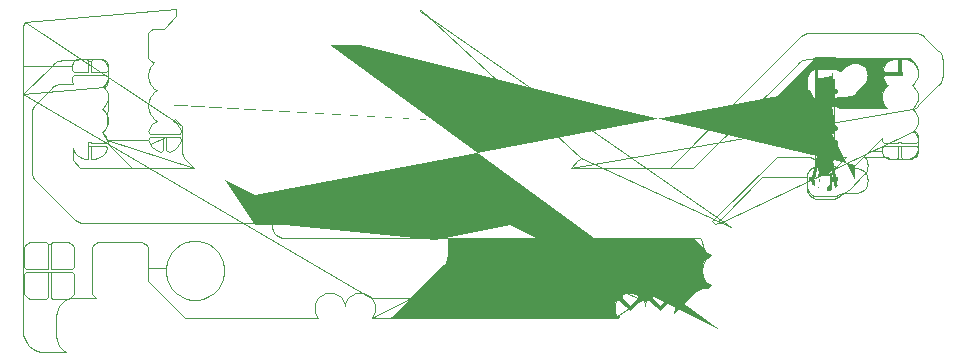
<source format=gbr>
From 69a08dacca69340c872528449dcab6e304934973 Mon Sep 17 00:00:00 2001
From: Blaise Thompson <blaise@untzag.com>
Date: Sat, 6 Mar 2021 12:12:09 -0600
Subject: digital driver revision B

---
 digital-driver/gerber/driver-B_Cu.gbr | 2721 +++++++++++++++------------------
 1 file changed, 1253 insertions(+), 1468 deletions(-)

(limited to 'digital-driver/gerber/driver-B_Cu.gbr')

diff --git a/digital-driver/gerber/driver-B_Cu.gbr b/digital-driver/gerber/driver-B_Cu.gbr
index 5fde31e..cd597bb 100644
--- a/digital-driver/gerber/driver-B_Cu.gbr
+++ b/digital-driver/gerber/driver-B_Cu.gbr
@@ -1,12 +1,12 @@
 %TF.GenerationSoftware,KiCad,Pcbnew,5.1.8+dfsg1-1+b1*%
-%TF.CreationDate,2021-01-25T11:41:01-06:00*%
-%TF.ProjectId,driver,64726976-6572-42e6-9b69-6361645f7063,1.0.0*%
+%TF.CreationDate,2021-03-06T12:09:01-06:00*%
+%TF.ProjectId,driver,64726976-6572-42e6-9b69-6361645f7063,B*%
 %TF.SameCoordinates,Original*%
 %TF.FileFunction,Copper,L2,Bot*%
 %TF.FilePolarity,Positive*%
 %FSLAX46Y46*%
 G04 Gerber Fmt 4.6, Leading zero omitted, Abs format (unit mm)*
-G04 Created by KiCad (PCBNEW 5.1.8+dfsg1-1+b1) date 2021-01-25 11:41:01*
+G04 Created by KiCad (PCBNEW 5.1.8+dfsg1-1+b1) date 2021-03-06 12:09:01*
 %MOMM*%
 %LPD*%
 G01*
@@ -103,16 +103,16 @@ X167640000Y-81280000I0J-2540000D01*
 G01*
 D11*
 %TO.P,J1,4*%
-%TO.N,GND*%
+%TO.N,SCL*%
 X161290000Y-84900000D03*
 %TO.P,J1,3*%
-%TO.N,Net-(J1-Pad3)*%
+%TO.N,SDA*%
 X161290000Y-86900000D03*
 %TO.P,J1,2*%
-%TO.N,SDA*%
+%TO.N,Net-(J1-Pad2)*%
 X161290000Y-88900000D03*
 %TO.P,J1,1*%
-%TO.N,SCL*%
+%TO.N,GND*%
 %TA.AperFunction,ComponentPad*%
 G36*
 G01*
@@ -145,26 +145,26 @@ G37*
 %TA.AperFunction,SMDPad,CuDef*%
 G36*
 G01*
-X155565001Y-91582000D02*
-X154314999Y-91582000D01*
+X155565001Y-85460000D02*
+X154314999Y-85460000D01*
 G75*
 G02*
-X154065000Y-91332001I0J249999D01*
+X154065000Y-85210001I0J249999D01*
 G01*
-X154065000Y-90531999D01*
+X154065000Y-84409999D01*
 G75*
 G02*
-X154314999Y-90282000I249999J0D01*
+X154314999Y-84160000I249999J0D01*
 G01*
-X155565001Y-90282000D01*
+X155565001Y-84160000D01*
 G75*
 G02*
-X155815000Y-90531999I0J-249999D01*
+X155815000Y-84409999I0J-249999D01*
 G01*
-X155815000Y-91332001D01*
+X155815000Y-85210001D01*
 G75*
 G02*
-X155565001Y-91582000I-249999J0D01*
+X155565001Y-85460000I-249999J0D01*
 G01*
 G37*
 %TD.AperFunction*%
@@ -173,26 +173,26 @@ G37*
 %TA.AperFunction,SMDPad,CuDef*%
 G36*
 G01*
-X155565001Y-94682000D02*
-X154314999Y-94682000D01*
+X155565001Y-88560000D02*
+X154314999Y-88560000D01*
 G75*
 G02*
-X154065000Y-94432001I0J249999D01*
+X154065000Y-88310001I0J249999D01*
 G01*
-X154065000Y-93631999D01*
+X154065000Y-87509999D01*
 G75*
 G02*
-X154314999Y-93382000I249999J0D01*
+X154314999Y-87260000I249999J0D01*
 G01*
-X155565001Y-93382000D01*
+X155565001Y-87260000D01*
 G75*
 G02*
-X155815000Y-93631999I0J-249999D01*
+X155815000Y-87509999I0J-249999D01*
 G01*
-X155815000Y-94432001D01*
+X155815000Y-88310001D01*
 G75*
 G02*
-X155565001Y-94682000I-249999J0D01*
+X155565001Y-88560000I-249999J0D01*
 G01*
 G37*
 %TD.AperFunction*%
@@ -259,26 +259,26 @@ G37*
 %TA.AperFunction,SMDPad,CuDef*%
 G36*
 G01*
-X155565001Y-86450000D02*
-X154314999Y-86450000D01*
+X154314999Y-93610000D02*
+X155565001Y-93610000D01*
 G75*
 G02*
-X154065000Y-86200001I0J249999D01*
+X155815000Y-93859999I0J-249999D01*
 G01*
-X154065000Y-85399999D01*
+X155815000Y-94660001D01*
 G75*
 G02*
-X154314999Y-85150000I249999J0D01*
+X155565001Y-94910000I-249999J0D01*
 G01*
-X155565001Y-85150000D01*
+X154314999Y-94910000D01*
 G75*
 G02*
-X155815000Y-85399999I0J-249999D01*
+X154065000Y-94660001I0J249999D01*
 G01*
-X155815000Y-86200001D01*
+X154065000Y-93859999D01*
 G75*
 G02*
-X155565001Y-86450000I-249999J0D01*
+X154314999Y-93610000I249999J0D01*
 G01*
 G37*
 %TD.AperFunction*%
@@ -287,53 +287,53 @@ G37*
 %TA.AperFunction,SMDPad,CuDef*%
 G36*
 G01*
-X155565001Y-89550000D02*
-X154314999Y-89550000D01*
+X154314999Y-90510000D02*
+X155565001Y-90510000D01*
 G75*
 G02*
-X154065000Y-89300001I0J249999D01*
+X155815000Y-90759999I0J-249999D01*
 G01*
-X154065000Y-88499999D01*
+X155815000Y-91560001D01*
 G75*
 G02*
-X154314999Y-88250000I249999J0D01*
+X155565001Y-91810000I-249999J0D01*
 G01*
-X155565001Y-88250000D01*
+X154314999Y-91810000D01*
 G75*
 G02*
-X155815000Y-88499999I0J-249999D01*
+X154065000Y-91560001I0J249999D01*
 G01*
-X155815000Y-89300001D01*
+X154065000Y-90759999D01*
 G75*
 G02*
-X155565001Y-89550000I-249999J0D01*
+X154314999Y-90510000I249999J0D01*
 G01*
 G37*
 %TD.AperFunction*%
 %TD*%
 D12*
-%TO.P,J6,24*%
+%TO.P,U2,24*%
 %TO.N,+12V*%
 X140970000Y-89535000D03*
-%TO.P,J6,23*%
+%TO.P,U2,23*%
 X138430000Y-89535000D03*
-%TO.P,J6,21*%
+%TO.P,U2,21*%
 %TO.N,PWM_LED*%
 X133350000Y-89535000D03*
-%TO.P,J6,14*%
-%TO.N,Net-(J6-Pad13)*%
+%TO.P,U2,14*%
+%TO.N,Net-(J7-Pad1)*%
 X115570000Y-89535000D03*
-%TO.P,J6,13*%
+%TO.P,U2,13*%
 X113030000Y-89535000D03*
-%TO.P,J6,12*%
-%TO.N,Net-(J6-Pad11)*%
+%TO.P,U2,12*%
+%TO.N,Net-(J7-Pad2)*%
 X113030000Y-104775000D03*
-%TO.P,J6,11*%
+%TO.P,U2,11*%
 X115570000Y-104775000D03*
-%TO.P,J6,2*%
+%TO.P,U2,2*%
 %TO.N,GND*%
 X138430000Y-104775000D03*
-%TO.P,J6,1*%
+%TO.P,U2,1*%
 X140970000Y-104775000D03*
 %TD*%
 D13*
@@ -459,16 +459,16 @@ X158750000Y-101600000D03*
 %TD*%
 D11*
 %TO.P,J2,4*%
-%TO.N,GND*%
+%TO.N,SCL*%
 X92710000Y-90900000D03*
 %TO.P,J2,3*%
-%TO.N,Net-(J1-Pad3)*%
+%TO.N,SDA*%
 X92710000Y-88900000D03*
 %TO.P,J2,2*%
-%TO.N,SDA*%
+%TO.N,Net-(J1-Pad2)*%
 X92710000Y-86900000D03*
 %TO.P,J2,1*%
-%TO.N,SCL*%
+%TO.N,GND*%
 %TA.AperFunction,ComponentPad*%
 G36*
 G01*
@@ -539,29 +539,30 @@ D17*
 X146050000Y-106680000D03*
 %TD*%
 %TO.P,J7,1*%
-%TO.N,Net-(J6-Pad13)*%
+%TO.N,Net-(J7-Pad1)*%
 X113030000Y-82550000D03*
 D16*
 %TO.P,J7,2*%
-%TO.N,Net-(J6-Pad11)*%
+%TO.N,Net-(J7-Pad2)*%
 X115570000Y-82550000D03*
 %TD*%
 D18*
 %TO.N,+5V*%
 X135890000Y-87630000D03*
-X157480000Y-92710000D03*
-X157480000Y-85090000D03*
+X157480000Y-93980000D03*
+X153670000Y-86360000D03*
 %TO.N,SDA*%
-X106680000Y-95250000D03*
+X106679980Y-95250020D03*
 %TO.N,SCL*%
-X109220000Y-96520000D03*
+X104139990Y-93980010D03*
 %TO.N,PWM_FAN*%
-X106680000Y-97790000D03*
-X128270000Y-97790000D03*
-%TO.N,Net-(J6-Pad11)*%
-X121920000Y-99060000D03*
+X109220040Y-97790040D03*
+X128269960Y-97790040D03*
 %TD*%
 D19*
+%TO.N,GND*%
+X92710000Y-84900000D02*
+X92710000Y-85090000D01*
 %TO.N,+12V*%
 X144780000Y-104140000D02*
 X146050000Y-104140000D01*
@@ -588,54 +589,68 @@ X107950000Y-82550000D02*
 X106680000Y-82550000D01*
 X113030000Y-87630000D02*
 X107950000Y-82550000D01*
-X156158000Y-94032000D02*
-X154940000Y-94032000D01*
-X157480000Y-92710000D02*
-X156158000Y-94032000D01*
-X156770000Y-85800000D02*
-X157480000Y-85090000D01*
-X154940000Y-85800000D02*
-X156770000Y-85800000D01*
 X106680000Y-82270000D02*
 X104420000Y-80010000D01*
 X106680000Y-82550000D02*
 X106680000Y-82270000D01*
+X155220000Y-93980000D02*
+X154940000Y-94260000D01*
+X157480000Y-93980000D02*
+X155220000Y-93980000D01*
+X154940000Y-87910000D02*
+X155220000Y-87910000D01*
+X154940000Y-87910000D02*
+X154940000Y-87630000D01*
+X154940000Y-87630000D02*
+X153670000Y-86360000D01*
 %TO.N,SDA*%
-X149860000Y-88900000D02*
-X161290000Y-88900000D01*
-X143510000Y-95250000D02*
-X149860000Y-88900000D01*
-X88900000Y-93980000D02*
-X90170000Y-95250000D01*
-X88900000Y-88900000D02*
-X88900000Y-93980000D01*
-X90900000Y-86900000D02*
-X88900000Y-88900000D01*
-X92710000Y-86900000D02*
-X90900000Y-86900000D01*
-X106680000Y-95250000D02*
-X143510000Y-95250000D01*
-X90170000Y-95250000D02*
-X106680000Y-95250000D01*
+X154940000Y-91160000D02*
+X155220000Y-91160000D01*
+X159480000Y-86900000D02*
+X161290000Y-86900000D01*
+X155220000Y-91160000D02*
+X159480000Y-86900000D01*
+X148870000Y-91160000D02*
+X144779981Y-95250020D01*
+X154940000Y-91160000D02*
+X148870000Y-91160000D01*
+X144779981Y-95250020D02*
+X106679980Y-95250020D01*
+X94769045Y-95250020D02*
+X94769025Y-95250000D01*
+X104774980Y-95250020D02*
+X94769045Y-95250020D01*
+X106679980Y-95250020D02*
+X104774980Y-95250020D01*
+X104774980Y-95250020D02*
+X104140000Y-95250020D01*
+X94769025Y-95250000D02*
+X92710000Y-95250000D01*
+X92710000Y-95250000D02*
+X90170000Y-92710000D01*
+X90170000Y-92710000D02*
+X90170000Y-90170000D01*
+X90170000Y-90170000D02*
+X91440000Y-88900000D01*
+X91440000Y-88900000D02*
+X92710000Y-88900000D01*
 %TO.N,SCL*%
-X92710000Y-84900000D02*
-X92710000Y-85090000D01*
-X150400000Y-90900000D02*
-X161290000Y-90900000D01*
-X144779991Y-96520009D02*
-X150400000Y-90900000D01*
-X87630000Y-95250000D02*
-X88900009Y-96520009D01*
-X87630000Y-87630000D02*
-X87630000Y-95250000D01*
-X90360000Y-84900000D02*
-X87630000Y-87630000D01*
-X92710000Y-84900000D02*
-X90360000Y-84900000D01*
-X109220000Y-96520000D02*
-X144779982Y-96520000D01*
-X88900000Y-96520000D02*
-X109220000Y-96520000D01*
+X155030000Y-84900000D02*
+X154940000Y-84810000D01*
+X161290000Y-84900000D02*
+X155030000Y-84900000D01*
+X153423936Y-84810000D02*
+X144253936Y-93980000D01*
+X154940000Y-84810000D02*
+X153423936Y-84810000D01*
+X144253936Y-93980000D02*
+X144253926Y-93980010D01*
+X144253926Y-93980010D02*
+X104139990Y-93980010D01*
+X95790010Y-93980010D02*
+X92710000Y-90900000D01*
+X104139990Y-93980010D02*
+X95790010Y-93980010D01*
 %TO.N,PWM_LED*%
 X99060000Y-87630000D02*
 X100330000Y-87630000D01*
@@ -652,475 +667,43 @@ X133350000Y-89535000D01*
 X132080000Y-92710000D02*
 X133350000Y-91440000D01*
 %TO.N,PWM_FAN*%
-X145523918Y-99060000D02*
-X146050000Y-99060000D01*
-X144253918Y-97790000D02*
-X145523918Y-99060000D01*
-X134620000Y-97790000D02*
-X144253918Y-97790000D01*
-X128270000Y-97790000D02*
-X134620000Y-97790000D01*
-X106680000Y-97790000D02*
-X128270000Y-97790000D01*
-%TO.N,Net-(J1-Pad3)*%
-X142240000Y-93980000D02*
-X149320000Y-86900000D01*
-X91440000Y-93980000D02*
-X142240000Y-93980000D01*
-X91440000Y-88900000D02*
-X90170000Y-90170000D01*
-X92710000Y-88900000D02*
-X91440000Y-88900000D01*
-X91440000Y-93980000D02*
-X90170000Y-92710000D01*
-X90170000Y-92710000D02*
-X90170000Y-90170000D01*
-X149320000Y-86900000D02*
-X149225000Y-86995000D01*
-X162020000Y-86900000D02*
-X161290000Y-86900000D01*
-X163830000Y-85090000D02*
-X162020000Y-86900000D01*
-X163830000Y-83820000D02*
-X163830000Y-85090000D01*
-X162560000Y-82550000D02*
-X163830000Y-83820000D01*
-X153670000Y-82550000D02*
-X162560000Y-82550000D01*
-X149320000Y-86900000D02*
-X153670000Y-82550000D01*
-%TO.N,Net-(J6-Pad11)*%
-X115570000Y-104775000D02*
-X113030000Y-104775000D01*
-X121920000Y-99060000D02*
-X121920000Y-100330000D01*
-X117475000Y-104775000D02*
-X115570000Y-104775000D01*
-X121920000Y-100330000D02*
-X117475000Y-104775000D01*
+X146050000Y-99060000D02*
+X144780040Y-97790040D01*
+X128269960Y-97790040D02*
+X109220040Y-97790040D01*
+X144780040Y-97790040D02*
+X128269960Y-97790040D01*
 %TO.N,Net-(R3-Pad2)*%
 X101320000Y-80290000D02*
 X99060000Y-82550000D01*
 X101320000Y-80010000D02*
 X101320000Y-80290000D01*
+%TO.N,Net-(J1-Pad2)*%
+X149190555Y-92635510D02*
+X145306036Y-96520030D01*
+X159746004Y-88900000D02*
+X156010494Y-92635510D01*
+X156010494Y-92635510D02*
+X149190555Y-92635510D01*
+X161290000Y-88900000D02*
+X159746004Y-88900000D01*
+X92183966Y-96520030D02*
+X88900000Y-93236064D01*
+X106679970Y-96520030D02*
+X92183966Y-96520030D01*
+X145306036Y-96520030D02*
+X106679970Y-96520030D01*
+X106679970Y-96520030D02*
+X106045000Y-96520030D01*
+X88900000Y-93236064D02*
+X88900000Y-88265000D01*
+X90265000Y-86900000D02*
+X92710000Y-86900000D01*
+X88900000Y-88265000D02*
+X90265000Y-86900000D01*
 %TD*%
 D20*
 %TO.N,GND*%
-X88099178Y-97245821D02*
-X88132985Y-97287015D01*
-X88174179Y-97320822D01*
-X88174184Y-97320827D01*
-X88297369Y-97421923D01*
-X88484904Y-97522162D01*
-X88688390Y-97583889D01*
-X88900009Y-97604732D01*
-X88953129Y-97599500D01*
-X105614040Y-97599500D01*
-X105595277Y-97790000D01*
-X105616120Y-98001619D01*
-X105677847Y-98205106D01*
-X105778086Y-98392640D01*
-X105912985Y-98557015D01*
-X106077360Y-98691914D01*
-X106264894Y-98792153D01*
-X106468381Y-98853880D01*
-X106626971Y-98869500D01*
-X120854040Y-98869500D01*
-X120840500Y-99006972D01*
-X120840500Y-99882857D01*
-X117027858Y-103695500D01*
-X116267354Y-103695500D01*
-X116178676Y-103636247D01*
-X115944821Y-103539381D01*
-X115696561Y-103490000D01*
-X115443439Y-103490000D01*
-X115195179Y-103539381D01*
-X114961324Y-103636247D01*
-X114872646Y-103695500D01*
-X113727354Y-103695500D01*
-X113638676Y-103636247D01*
-X113404821Y-103539381D01*
-X113156561Y-103490000D01*
-X112903439Y-103490000D01*
-X112655179Y-103539381D01*
-X112421324Y-103636247D01*
-X112210860Y-103776875D01*
-X112031875Y-103955860D01*
-X111891247Y-104166324D01*
-X111794381Y-104400179D01*
-X111745000Y-104648439D01*
-X111745000Y-104901561D01*
-X111794381Y-105149821D01*
-X111891247Y-105383676D01*
-X112031875Y-105594140D01*
-X112038235Y-105600500D01*
-X100777144Y-105600500D01*
-X97638072Y-102461429D01*
-X97638072Y-101355249D01*
-X99115000Y-101355249D01*
-X99115000Y-101844751D01*
-X99210497Y-102324848D01*
-X99397821Y-102777089D01*
-X99669774Y-103184095D01*
-X100015905Y-103530226D01*
-X100422911Y-103802179D01*
-X100875152Y-103989503D01*
-X101355249Y-104085000D01*
-X101844751Y-104085000D01*
-X102324848Y-103989503D01*
-X102777089Y-103802179D01*
-X103184095Y-103530226D01*
-X103530226Y-103184095D01*
-X103802179Y-102777089D01*
-X103989503Y-102324848D01*
-X104085000Y-101844751D01*
-X104085000Y-101355249D01*
-X103989503Y-100875152D01*
-X103802179Y-100422911D01*
-X103530226Y-100015905D01*
-X103184095Y-99669774D01*
-X102777089Y-99397821D01*
-X102324848Y-99210497D01*
-X101844751Y-99115000D01*
-X101355249Y-99115000D01*
-X100875152Y-99210497D01*
-X100422911Y-99397821D01*
-X100015905Y-99669774D01*
-X99669774Y-100015905D01*
-X99397821Y-100422911D01*
-X99210497Y-100875152D01*
-X99115000Y-101355249D01*
-X97638072Y-101355249D01*
-X97638072Y-99850000D01*
-X97625812Y-99725518D01*
-X97589502Y-99605820D01*
-X97530537Y-99495506D01*
-X97451185Y-99398815D01*
-X97354494Y-99319463D01*
-X97244180Y-99260498D01*
-X97124482Y-99224188D01*
-X97000000Y-99211928D01*
-X93500000Y-99211928D01*
-X93375518Y-99224188D01*
-X93255820Y-99260498D01*
-X93145506Y-99319463D01*
-X93048815Y-99398815D01*
-X92969463Y-99495506D01*
-X92910498Y-99605820D01*
-X92874188Y-99725518D01*
-X92861928Y-99850000D01*
-X92861928Y-103350000D01*
-X92874188Y-103474482D01*
-X92910498Y-103594180D01*
-X92969463Y-103704494D01*
-X93048815Y-103801185D01*
-X93145506Y-103880537D01*
-X93222131Y-103921494D01*
-X93125000Y-103911928D01*
-X91375000Y-103911928D01*
-X91079814Y-103941001D01*
-X90795972Y-104027104D01*
-X90534382Y-104166927D01*
-X90305097Y-104355097D01*
-X90116927Y-104584382D01*
-X89977104Y-104845972D01*
-X89891001Y-105129814D01*
-X89861928Y-105425000D01*
-X89861928Y-107175000D01*
-X89891001Y-107470186D01*
-X89977104Y-107754028D01*
-X90116927Y-108015618D01*
-X90305097Y-108244903D01*
-X90534382Y-108433073D01*
-X90725074Y-108535000D01*
-X88933505Y-108535000D01*
-X88540333Y-108496449D01*
-X88194365Y-108391996D01*
-X87875276Y-108222333D01*
-X87595219Y-107993924D01*
-X87364859Y-107715466D01*
-X87192973Y-107397570D01*
-X87086106Y-107052340D01*
-X87045000Y-106661238D01*
-X87045000Y-103350000D01*
-X87111928Y-103350000D01*
-X87124188Y-103474482D01*
-X87160498Y-103594180D01*
-X87219463Y-103704494D01*
-X87298815Y-103801185D01*
-X87395506Y-103880537D01*
-X87505820Y-103939502D01*
-X87625518Y-103975812D01*
-X87750000Y-103988072D01*
-X88964250Y-103985000D01*
-X89123000Y-103826250D01*
-X89123000Y-101727000D01*
-X89377000Y-101727000D01*
-X89377000Y-103826250D01*
-X89535750Y-103985000D01*
-X90750000Y-103988072D01*
-X90874482Y-103975812D01*
-X90994180Y-103939502D01*
-X91104494Y-103880537D01*
-X91201185Y-103801185D01*
-X91280537Y-103704494D01*
-X91339502Y-103594180D01*
-X91375812Y-103474482D01*
-X91388072Y-103350000D01*
-X91385000Y-101885750D01*
-X91226250Y-101727000D01*
-X89377000Y-101727000D01*
-X89123000Y-101727000D01*
-X87273750Y-101727000D01*
-X87115000Y-101885750D01*
-X87111928Y-103350000D01*
-X87045000Y-103350000D01*
-X87045000Y-99850000D01*
-X87111928Y-99850000D01*
-X87115000Y-101314250D01*
-X87273750Y-101473000D01*
-X89123000Y-101473000D01*
-X89123000Y-99373750D01*
-X89377000Y-99373750D01*
-X89377000Y-101473000D01*
-X91226250Y-101473000D01*
-X91385000Y-101314250D01*
-X91388072Y-99850000D01*
-X91375812Y-99725518D01*
-X91339502Y-99605820D01*
-X91280537Y-99495506D01*
-X91201185Y-99398815D01*
-X91104494Y-99319463D01*
-X90994180Y-99260498D01*
-X90874482Y-99224188D01*
-X90750000Y-99211928D01*
-X89535750Y-99215000D01*
-X89377000Y-99373750D01*
-X89123000Y-99373750D01*
-X88964250Y-99215000D01*
-X87750000Y-99211928D01*
-X87625518Y-99224188D01*
-X87505820Y-99260498D01*
-X87395506Y-99319463D01*
-X87298815Y-99398815D01*
-X87219463Y-99495506D01*
-X87160498Y-99605820D01*
-X87124188Y-99725518D01*
-X87111928Y-99850000D01*
-X87045000Y-99850000D01*
-X87045000Y-96191642D01*
-X88099178Y-97245821D01*
-%TA.AperFunction,Conductor*%
-D21*
-G36*
-X88099178Y-97245821D02*
-G01*
-X88132985Y-97287015D01*
-X88174179Y-97320822D01*
-X88174184Y-97320827D01*
-X88297369Y-97421923D01*
-X88484904Y-97522162D01*
-X88688390Y-97583889D01*
-X88900009Y-97604732D01*
-X88953129Y-97599500D01*
-X105614040Y-97599500D01*
-X105595277Y-97790000D01*
-X105616120Y-98001619D01*
-X105677847Y-98205106D01*
-X105778086Y-98392640D01*
-X105912985Y-98557015D01*
-X106077360Y-98691914D01*
-X106264894Y-98792153D01*
-X106468381Y-98853880D01*
-X106626971Y-98869500D01*
-X120854040Y-98869500D01*
-X120840500Y-99006972D01*
-X120840500Y-99882857D01*
-X117027858Y-103695500D01*
-X116267354Y-103695500D01*
-X116178676Y-103636247D01*
-X115944821Y-103539381D01*
-X115696561Y-103490000D01*
-X115443439Y-103490000D01*
-X115195179Y-103539381D01*
-X114961324Y-103636247D01*
-X114872646Y-103695500D01*
-X113727354Y-103695500D01*
-X113638676Y-103636247D01*
-X113404821Y-103539381D01*
-X113156561Y-103490000D01*
-X112903439Y-103490000D01*
-X112655179Y-103539381D01*
-X112421324Y-103636247D01*
-X112210860Y-103776875D01*
-X112031875Y-103955860D01*
-X111891247Y-104166324D01*
-X111794381Y-104400179D01*
-X111745000Y-104648439D01*
-X111745000Y-104901561D01*
-X111794381Y-105149821D01*
-X111891247Y-105383676D01*
-X112031875Y-105594140D01*
-X112038235Y-105600500D01*
-X100777144Y-105600500D01*
-X97638072Y-102461429D01*
-X97638072Y-101355249D01*
-X99115000Y-101355249D01*
-X99115000Y-101844751D01*
-X99210497Y-102324848D01*
-X99397821Y-102777089D01*
-X99669774Y-103184095D01*
-X100015905Y-103530226D01*
-X100422911Y-103802179D01*
-X100875152Y-103989503D01*
-X101355249Y-104085000D01*
-X101844751Y-104085000D01*
-X102324848Y-103989503D01*
-X102777089Y-103802179D01*
-X103184095Y-103530226D01*
-X103530226Y-103184095D01*
-X103802179Y-102777089D01*
-X103989503Y-102324848D01*
-X104085000Y-101844751D01*
-X104085000Y-101355249D01*
-X103989503Y-100875152D01*
-X103802179Y-100422911D01*
-X103530226Y-100015905D01*
-X103184095Y-99669774D01*
-X102777089Y-99397821D01*
-X102324848Y-99210497D01*
-X101844751Y-99115000D01*
-X101355249Y-99115000D01*
-X100875152Y-99210497D01*
-X100422911Y-99397821D01*
-X100015905Y-99669774D01*
-X99669774Y-100015905D01*
-X99397821Y-100422911D01*
-X99210497Y-100875152D01*
-X99115000Y-101355249D01*
-X97638072Y-101355249D01*
-X97638072Y-99850000D01*
-X97625812Y-99725518D01*
-X97589502Y-99605820D01*
-X97530537Y-99495506D01*
-X97451185Y-99398815D01*
-X97354494Y-99319463D01*
-X97244180Y-99260498D01*
-X97124482Y-99224188D01*
-X97000000Y-99211928D01*
-X93500000Y-99211928D01*
-X93375518Y-99224188D01*
-X93255820Y-99260498D01*
-X93145506Y-99319463D01*
-X93048815Y-99398815D01*
-X92969463Y-99495506D01*
-X92910498Y-99605820D01*
-X92874188Y-99725518D01*
-X92861928Y-99850000D01*
-X92861928Y-103350000D01*
-X92874188Y-103474482D01*
-X92910498Y-103594180D01*
-X92969463Y-103704494D01*
-X93048815Y-103801185D01*
-X93145506Y-103880537D01*
-X93222131Y-103921494D01*
-X93125000Y-103911928D01*
-X91375000Y-103911928D01*
-X91079814Y-103941001D01*
-X90795972Y-104027104D01*
-X90534382Y-104166927D01*
-X90305097Y-104355097D01*
-X90116927Y-104584382D01*
-X89977104Y-104845972D01*
-X89891001Y-105129814D01*
-X89861928Y-105425000D01*
-X89861928Y-107175000D01*
-X89891001Y-107470186D01*
-X89977104Y-107754028D01*
-X90116927Y-108015618D01*
-X90305097Y-108244903D01*
-X90534382Y-108433073D01*
-X90725074Y-108535000D01*
-X88933505Y-108535000D01*
-X88540333Y-108496449D01*
-X88194365Y-108391996D01*
-X87875276Y-108222333D01*
-X87595219Y-107993924D01*
-X87364859Y-107715466D01*
-X87192973Y-107397570D01*
-X87086106Y-107052340D01*
-X87045000Y-106661238D01*
-X87045000Y-103350000D01*
-X87111928Y-103350000D01*
-X87124188Y-103474482D01*
-X87160498Y-103594180D01*
-X87219463Y-103704494D01*
-X87298815Y-103801185D01*
-X87395506Y-103880537D01*
-X87505820Y-103939502D01*
-X87625518Y-103975812D01*
-X87750000Y-103988072D01*
-X88964250Y-103985000D01*
-X89123000Y-103826250D01*
-X89123000Y-101727000D01*
-X89377000Y-101727000D01*
-X89377000Y-103826250D01*
-X89535750Y-103985000D01*
-X90750000Y-103988072D01*
-X90874482Y-103975812D01*
-X90994180Y-103939502D01*
-X91104494Y-103880537D01*
-X91201185Y-103801185D01*
-X91280537Y-103704494D01*
-X91339502Y-103594180D01*
-X91375812Y-103474482D01*
-X91388072Y-103350000D01*
-X91385000Y-101885750D01*
-X91226250Y-101727000D01*
-X89377000Y-101727000D01*
-X89123000Y-101727000D01*
-X87273750Y-101727000D01*
-X87115000Y-101885750D01*
-X87111928Y-103350000D01*
-X87045000Y-103350000D01*
-X87045000Y-99850000D01*
-X87111928Y-99850000D01*
-X87115000Y-101314250D01*
-X87273750Y-101473000D01*
-X89123000Y-101473000D01*
-X89123000Y-99373750D01*
-X89377000Y-99373750D01*
-X89377000Y-101473000D01*
-X91226250Y-101473000D01*
-X91385000Y-101314250D01*
-X91388072Y-99850000D01*
-X91375812Y-99725518D01*
-X91339502Y-99605820D01*
-X91280537Y-99495506D01*
-X91201185Y-99398815D01*
-X91104494Y-99319463D01*
-X90994180Y-99260498D01*
-X90874482Y-99224188D01*
-X90750000Y-99211928D01*
-X89535750Y-99215000D01*
-X89377000Y-99373750D01*
-X89123000Y-99373750D01*
-X88964250Y-99215000D01*
-X87750000Y-99211928D01*
-X87625518Y-99224188D01*
-X87505820Y-99260498D01*
-X87395506Y-99319463D01*
-X87298815Y-99398815D01*
-X87219463Y-99495506D01*
-X87160498Y-99605820D01*
-X87124188Y-99725518D01*
-X87111928Y-99850000D01*
-X87045000Y-99850000D01*
-X87045000Y-96191642D01*
-X88099178Y-97245821D01*
-G37*
-%TD.AperFunction*%
-D20*
 X120733150Y-79554102D02*
 X120675896Y-79578170D01*
 X120618352Y-79601419D01*
@@ -1583,89 +1166,96 @@ X146996632Y-97906525D01*
 X146753411Y-97744010D01*
 X146483158Y-97632068D01*
 X146196260Y-97575000D01*
-X145903740Y-97575000D01*
-X145621668Y-97631108D01*
-X145399026Y-97408466D01*
-X145505815Y-97320827D01*
-X145505898Y-97320744D01*
-X145546997Y-97287015D01*
-X145580726Y-97245916D01*
-X150847143Y-91979500D01*
-X153710845Y-91979500D01*
-X153821613Y-92070405D01*
-X153975149Y-92152472D01*
-X154141745Y-92203008D01*
-X154314999Y-92220072D01*
-X155565001Y-92220072D01*
-X155738255Y-92203008D01*
-X155904851Y-92152472D01*
-X156058387Y-92070405D01*
-X156169155Y-91979500D01*
-X156683857Y-91979500D01*
-X155864170Y-92799188D01*
-X155738255Y-92760992D01*
-X155565001Y-92743928D01*
-X154314999Y-92743928D01*
-X154141745Y-92760992D01*
-X153975149Y-92811528D01*
-X153821613Y-92893595D01*
-X153687038Y-93004038D01*
-X153576595Y-93138613D01*
-X153494528Y-93292149D01*
-X153443992Y-93458745D01*
-X153426928Y-93631999D01*
-X153426928Y-94432001D01*
-X153443992Y-94605255D01*
-X153494528Y-94771851D01*
-X153576595Y-94925387D01*
-X153687038Y-95059962D01*
-X153821613Y-95170405D01*
-X153975149Y-95252472D01*
-X154141745Y-95303008D01*
-X154314999Y-95320072D01*
-X155565001Y-95320072D01*
-X155738255Y-95303008D01*
-X155904851Y-95252472D01*
-X156058387Y-95170405D01*
-X156127463Y-95113715D01*
-X156158000Y-95116723D01*
-X156211029Y-95111500D01*
-X156369619Y-95095880D01*
-X156573106Y-95034153D01*
-X156760640Y-94933914D01*
-X156925015Y-94799015D01*
-X156958826Y-94757816D01*
-X158280818Y-93435825D01*
-X158381913Y-93312640D01*
-X158482153Y-93125106D01*
-X158543880Y-92921619D01*
-X158564722Y-92710001D01*
-X158543880Y-92498382D01*
-X158482153Y-92294896D01*
-X158381913Y-92107361D01*
-X158276980Y-91979500D01*
-X160160762Y-91979500D01*
-X160171613Y-91988405D01*
-X160325149Y-92070472D01*
-X160491745Y-92121008D01*
-X160664999Y-92138072D01*
-X161915001Y-92138072D01*
-X162088255Y-92121008D01*
-X162254851Y-92070472D01*
-X162408387Y-91988405D01*
-X162542962Y-91877962D01*
-X162653405Y-91743387D01*
-X162735472Y-91589851D01*
-X162786008Y-91423255D01*
-X162803072Y-91250001D01*
-X162803072Y-90549999D01*
-X162786008Y-90376745D01*
-X162735472Y-90210149D01*
-X162653405Y-90056613D01*
-X162542962Y-89922038D01*
-X162408387Y-89811595D01*
-X162403889Y-89809191D01*
-X162442502Y-89777502D01*
+X146091643Y-97575000D01*
+X145925104Y-97408462D01*
+X146073051Y-97287045D01*
+X146106863Y-97245845D01*
+X149637698Y-93715010D01*
+X153441208Y-93715010D01*
+X153426928Y-93859999D01*
+X153426928Y-94660001D01*
+X153443992Y-94833255D01*
+X153494528Y-94999851D01*
+X153576595Y-95153387D01*
+X153687038Y-95287962D01*
+X153821613Y-95398405D01*
+X153975149Y-95480472D01*
+X154141745Y-95531008D01*
+X154314999Y-95548072D01*
+X155565001Y-95548072D01*
+X155738255Y-95531008D01*
+X155904851Y-95480472D01*
+X156058387Y-95398405D01*
+X156192962Y-95287962D01*
+X156303405Y-95153387D01*
+X156353589Y-95059500D01*
+X157533029Y-95059500D01*
+X157691619Y-95043880D01*
+X157895106Y-94982153D01*
+X158082640Y-94881914D01*
+X158247015Y-94747015D01*
+X158381914Y-94582640D01*
+X158482153Y-94395106D01*
+X158543880Y-94191619D01*
+X158564723Y-93980000D01*
+X158543880Y-93768381D01*
+X158482153Y-93564894D01*
+X158381914Y-93377360D01*
+X158247015Y-93212985D01*
+X158082640Y-93078086D01*
+X157895106Y-92977847D01*
+X157691619Y-92916120D01*
+X157533029Y-92900500D01*
+X157272146Y-92900500D01*
+X158672647Y-91500000D01*
+X159776928Y-91500000D01*
+X159789188Y-91624482D01*
+X159825498Y-91744180D01*
+X159884463Y-91854494D01*
+X159963815Y-91951185D01*
+X160060506Y-92030537D01*
+X160170820Y-92089502D01*
+X160290518Y-92125812D01*
+X160415000Y-92138072D01*
+X161004250Y-92135000D01*
+X161163000Y-91976250D01*
+X161163000Y-91027000D01*
+X161417000Y-91027000D01*
+X161417000Y-91976250D01*
+X161575750Y-92135000D01*
+X162165000Y-92138072D01*
+X162289482Y-92125812D01*
+X162409180Y-92089502D01*
+X162519494Y-92030537D01*
+X162616185Y-91951185D01*
+X162695537Y-91854494D01*
+X162754502Y-91744180D01*
+X162790812Y-91624482D01*
+X162803072Y-91500000D01*
+X162800000Y-91185750D01*
+X162641250Y-91027000D01*
+X161417000Y-91027000D01*
+X161163000Y-91027000D01*
+X159938750Y-91027000D01*
+X159780000Y-91185750D01*
+X159776928Y-91500000D01*
+X158672647Y-91500000D01*
+X159777855Y-90394793D01*
+X159780000Y-90614250D01*
+X159938750Y-90773000D01*
+X161163000Y-90773000D01*
+X161163000Y-90753000D01*
+X161417000Y-90753000D01*
+X161417000Y-90773000D01*
+X162641250Y-90773000D01*
+X162800000Y-90614250D01*
+X162803072Y-90300000D01*
+X162790812Y-90175518D01*
+X162754502Y-90055820D01*
+X162695537Y-89945506D01*
+X162616185Y-89848815D01*
+X162519494Y-89769463D01*
+X162470564Y-89743309D01*
 X162596833Y-89589449D01*
 X162711511Y-89374901D01*
 X162782130Y-89142102D01*
@@ -1674,51 +1264,56 @@ X162782130Y-88657898D01*
 X162711511Y-88425099D01*
 X162596833Y-88210551D01*
 X162442502Y-88022498D01*
-X162333440Y-87932993D01*
-X162435106Y-87902153D01*
-X162622640Y-87801914D01*
-X162787015Y-87667015D01*
-X162820826Y-87625816D01*
-X164555826Y-85890818D01*
-X164597015Y-85857015D01*
-X164631269Y-85815277D01*
-X164731914Y-85692640D01*
-X164787641Y-85588382D01*
-X164832153Y-85505106D01*
-X164893880Y-85301619D01*
-X164909500Y-85143029D01*
-X164909500Y-85143028D01*
-X164914723Y-85090000D01*
-X164909500Y-85036971D01*
-X164909500Y-83873021D01*
-X164914722Y-83819999D01*
-X164909500Y-83766978D01*
-X164909500Y-83766971D01*
-X164893880Y-83608381D01*
-X164832153Y-83404894D01*
-X164731914Y-83217360D01*
-X164597015Y-83052985D01*
-X164555821Y-83019178D01*
-X163360826Y-81824184D01*
-X163327015Y-81782985D01*
-X163162640Y-81648086D01*
-X162975106Y-81547847D01*
-X162771619Y-81486120D01*
-X162613029Y-81470500D01*
-X162560000Y-81465277D01*
-X162506971Y-81470500D01*
-X153723029Y-81470500D01*
-X153670000Y-81465277D01*
-X153616971Y-81470500D01*
-X153458381Y-81486120D01*
-X153254894Y-81547847D01*
-X153067360Y-81648086D01*
-X152902985Y-81782985D01*
-X152869178Y-81824179D01*
-X148594180Y-86099178D01*
-X148594175Y-86099182D01*
-X141792858Y-92900500D01*
-X133416142Y-92900500D01*
+X162293238Y-87900000D01*
+X162442502Y-87777502D01*
+X162596833Y-87589449D01*
+X162711511Y-87374901D01*
+X162782130Y-87142102D01*
+X162805975Y-86900000D01*
+X162782130Y-86657898D01*
+X162711511Y-86425099D01*
+X162596833Y-86210551D01*
+X162442502Y-86022498D01*
+X162293238Y-85900000D01*
+X162442502Y-85777502D01*
+X162596833Y-85589449D01*
+X162711511Y-85374901D01*
+X162782130Y-85142102D01*
+X162805975Y-84900000D01*
+X162782130Y-84657898D01*
+X162711511Y-84425099D01*
+X162596833Y-84210551D01*
+X162442502Y-84022498D01*
+X162254449Y-83868167D01*
+X162039901Y-83753489D01*
+X161807102Y-83682870D01*
+X161625665Y-83665000D01*
+X160954335Y-83665000D01*
+X160772898Y-83682870D01*
+X160540099Y-83753489D01*
+X160414730Y-83820500D01*
+X156224527Y-83820500D01*
+X156192962Y-83782038D01*
+X156058387Y-83671595D01*
+X155904851Y-83589528D01*
+X155738255Y-83538992D01*
+X155565001Y-83521928D01*
+X154314999Y-83521928D01*
+X154141745Y-83538992D01*
+X153975149Y-83589528D01*
+X153821613Y-83671595D01*
+X153749837Y-83730500D01*
+X153476957Y-83730500D01*
+X153423935Y-83725278D01*
+X153370914Y-83730500D01*
+X153370907Y-83730500D01*
+X153212317Y-83746120D01*
+X153008830Y-83807847D01*
+X152821296Y-83908086D01*
+X152656921Y-84042985D01*
+X152623114Y-84084179D01*
+X143806784Y-92900510D01*
+X133416132Y-92900510D01*
 X134075821Y-92240822D01*
 X134117015Y-92207015D01*
 X134251914Y-92042640D01*
@@ -2362,89 +1957,96 @@ X146996632Y-97906525D01*
 X146753411Y-97744010D01*
 X146483158Y-97632068D01*
 X146196260Y-97575000D01*
-X145903740Y-97575000D01*
-X145621668Y-97631108D01*
-X145399026Y-97408466D01*
-X145505815Y-97320827D01*
-X145505898Y-97320744D01*
-X145546997Y-97287015D01*
-X145580726Y-97245916D01*
-X150847143Y-91979500D01*
-X153710845Y-91979500D01*
-X153821613Y-92070405D01*
-X153975149Y-92152472D01*
-X154141745Y-92203008D01*
-X154314999Y-92220072D01*
-X155565001Y-92220072D01*
-X155738255Y-92203008D01*
-X155904851Y-92152472D01*
-X156058387Y-92070405D01*
-X156169155Y-91979500D01*
-X156683857Y-91979500D01*
-X155864170Y-92799188D01*
-X155738255Y-92760992D01*
-X155565001Y-92743928D01*
-X154314999Y-92743928D01*
-X154141745Y-92760992D01*
-X153975149Y-92811528D01*
-X153821613Y-92893595D01*
-X153687038Y-93004038D01*
-X153576595Y-93138613D01*
-X153494528Y-93292149D01*
-X153443992Y-93458745D01*
-X153426928Y-93631999D01*
-X153426928Y-94432001D01*
-X153443992Y-94605255D01*
-X153494528Y-94771851D01*
-X153576595Y-94925387D01*
-X153687038Y-95059962D01*
-X153821613Y-95170405D01*
-X153975149Y-95252472D01*
-X154141745Y-95303008D01*
-X154314999Y-95320072D01*
-X155565001Y-95320072D01*
-X155738255Y-95303008D01*
-X155904851Y-95252472D01*
-X156058387Y-95170405D01*
-X156127463Y-95113715D01*
-X156158000Y-95116723D01*
-X156211029Y-95111500D01*
-X156369619Y-95095880D01*
-X156573106Y-95034153D01*
-X156760640Y-94933914D01*
-X156925015Y-94799015D01*
-X156958826Y-94757816D01*
-X158280818Y-93435825D01*
-X158381913Y-93312640D01*
-X158482153Y-93125106D01*
-X158543880Y-92921619D01*
-X158564722Y-92710001D01*
-X158543880Y-92498382D01*
-X158482153Y-92294896D01*
-X158381913Y-92107361D01*
-X158276980Y-91979500D01*
-X160160762Y-91979500D01*
-X160171613Y-91988405D01*
-X160325149Y-92070472D01*
-X160491745Y-92121008D01*
-X160664999Y-92138072D01*
-X161915001Y-92138072D01*
-X162088255Y-92121008D01*
-X162254851Y-92070472D01*
-X162408387Y-91988405D01*
-X162542962Y-91877962D01*
-X162653405Y-91743387D01*
-X162735472Y-91589851D01*
-X162786008Y-91423255D01*
-X162803072Y-91250001D01*
-X162803072Y-90549999D01*
-X162786008Y-90376745D01*
-X162735472Y-90210149D01*
-X162653405Y-90056613D01*
-X162542962Y-89922038D01*
-X162408387Y-89811595D01*
-X162403889Y-89809191D01*
-X162442502Y-89777502D01*
+X146091643Y-97575000D01*
+X145925104Y-97408462D01*
+X146073051Y-97287045D01*
+X146106863Y-97245845D01*
+X149637698Y-93715010D01*
+X153441208Y-93715010D01*
+X153426928Y-93859999D01*
+X153426928Y-94660001D01*
+X153443992Y-94833255D01*
+X153494528Y-94999851D01*
+X153576595Y-95153387D01*
+X153687038Y-95287962D01*
+X153821613Y-95398405D01*
+X153975149Y-95480472D01*
+X154141745Y-95531008D01*
+X154314999Y-95548072D01*
+X155565001Y-95548072D01*
+X155738255Y-95531008D01*
+X155904851Y-95480472D01*
+X156058387Y-95398405D01*
+X156192962Y-95287962D01*
+X156303405Y-95153387D01*
+X156353589Y-95059500D01*
+X157533029Y-95059500D01*
+X157691619Y-95043880D01*
+X157895106Y-94982153D01*
+X158082640Y-94881914D01*
+X158247015Y-94747015D01*
+X158381914Y-94582640D01*
+X158482153Y-94395106D01*
+X158543880Y-94191619D01*
+X158564723Y-93980000D01*
+X158543880Y-93768381D01*
+X158482153Y-93564894D01*
+X158381914Y-93377360D01*
+X158247015Y-93212985D01*
+X158082640Y-93078086D01*
+X157895106Y-92977847D01*
+X157691619Y-92916120D01*
+X157533029Y-92900500D01*
+X157272146Y-92900500D01*
+X158672647Y-91500000D01*
+X159776928Y-91500000D01*
+X159789188Y-91624482D01*
+X159825498Y-91744180D01*
+X159884463Y-91854494D01*
+X159963815Y-91951185D01*
+X160060506Y-92030537D01*
+X160170820Y-92089502D01*
+X160290518Y-92125812D01*
+X160415000Y-92138072D01*
+X161004250Y-92135000D01*
+X161163000Y-91976250D01*
+X161163000Y-91027000D01*
+X161417000Y-91027000D01*
+X161417000Y-91976250D01*
+X161575750Y-92135000D01*
+X162165000Y-92138072D01*
+X162289482Y-92125812D01*
+X162409180Y-92089502D01*
+X162519494Y-92030537D01*
+X162616185Y-91951185D01*
+X162695537Y-91854494D01*
+X162754502Y-91744180D01*
+X162790812Y-91624482D01*
+X162803072Y-91500000D01*
+X162800000Y-91185750D01*
+X162641250Y-91027000D01*
+X161417000Y-91027000D01*
+X161163000Y-91027000D01*
+X159938750Y-91027000D01*
+X159780000Y-91185750D01*
+X159776928Y-91500000D01*
+X158672647Y-91500000D01*
+X159777855Y-90394793D01*
+X159780000Y-90614250D01*
+X159938750Y-90773000D01*
+X161163000Y-90773000D01*
+X161163000Y-90753000D01*
+X161417000Y-90753000D01*
+X161417000Y-90773000D01*
+X162641250Y-90773000D01*
+X162800000Y-90614250D01*
+X162803072Y-90300000D01*
+X162790812Y-90175518D01*
+X162754502Y-90055820D01*
+X162695537Y-89945506D01*
+X162616185Y-89848815D01*
+X162519494Y-89769463D01*
+X162470564Y-89743309D01*
 X162596833Y-89589449D01*
 X162711511Y-89374901D01*
 X162782130Y-89142102D01*
@@ -2453,51 +2055,56 @@ X162782130Y-88657898D01*
 X162711511Y-88425099D01*
 X162596833Y-88210551D01*
 X162442502Y-88022498D01*
-X162333440Y-87932993D01*
-X162435106Y-87902153D01*
-X162622640Y-87801914D01*
-X162787015Y-87667015D01*
-X162820826Y-87625816D01*
-X164555826Y-85890818D01*
-X164597015Y-85857015D01*
-X164631269Y-85815277D01*
-X164731914Y-85692640D01*
-X164787641Y-85588382D01*
-X164832153Y-85505106D01*
-X164893880Y-85301619D01*
-X164909500Y-85143029D01*
-X164909500Y-85143028D01*
-X164914723Y-85090000D01*
-X164909500Y-85036971D01*
-X164909500Y-83873021D01*
-X164914722Y-83819999D01*
-X164909500Y-83766978D01*
-X164909500Y-83766971D01*
-X164893880Y-83608381D01*
-X164832153Y-83404894D01*
-X164731914Y-83217360D01*
-X164597015Y-83052985D01*
-X164555821Y-83019178D01*
-X163360826Y-81824184D01*
-X163327015Y-81782985D01*
-X163162640Y-81648086D01*
-X162975106Y-81547847D01*
-X162771619Y-81486120D01*
-X162613029Y-81470500D01*
-X162560000Y-81465277D01*
-X162506971Y-81470500D01*
-X153723029Y-81470500D01*
-X153670000Y-81465277D01*
-X153616971Y-81470500D01*
-X153458381Y-81486120D01*
-X153254894Y-81547847D01*
-X153067360Y-81648086D01*
-X152902985Y-81782985D01*
-X152869178Y-81824179D01*
-X148594180Y-86099178D01*
-X148594175Y-86099182D01*
-X141792858Y-92900500D01*
-X133416142Y-92900500D01*
+X162293238Y-87900000D01*
+X162442502Y-87777502D01*
+X162596833Y-87589449D01*
+X162711511Y-87374901D01*
+X162782130Y-87142102D01*
+X162805975Y-86900000D01*
+X162782130Y-86657898D01*
+X162711511Y-86425099D01*
+X162596833Y-86210551D01*
+X162442502Y-86022498D01*
+X162293238Y-85900000D01*
+X162442502Y-85777502D01*
+X162596833Y-85589449D01*
+X162711511Y-85374901D01*
+X162782130Y-85142102D01*
+X162805975Y-84900000D01*
+X162782130Y-84657898D01*
+X162711511Y-84425099D01*
+X162596833Y-84210551D01*
+X162442502Y-84022498D01*
+X162254449Y-83868167D01*
+X162039901Y-83753489D01*
+X161807102Y-83682870D01*
+X161625665Y-83665000D01*
+X160954335Y-83665000D01*
+X160772898Y-83682870D01*
+X160540099Y-83753489D01*
+X160414730Y-83820500D01*
+X156224527Y-83820500D01*
+X156192962Y-83782038D01*
+X156058387Y-83671595D01*
+X155904851Y-83589528D01*
+X155738255Y-83538992D01*
+X155565001Y-83521928D01*
+X154314999Y-83521928D01*
+X154141745Y-83538992D01*
+X153975149Y-83589528D01*
+X153821613Y-83671595D01*
+X153749837Y-83730500D01*
+X153476957Y-83730500D01*
+X153423935Y-83725278D01*
+X153370914Y-83730500D01*
+X153370907Y-83730500D01*
+X153212317Y-83746120D01*
+X153008830Y-83807847D01*
+X152821296Y-83908086D01*
+X152656921Y-84042985D01*
+X152623114Y-84084179D01*
+X143806784Y-92900510D01*
+X133416132Y-92900510D01*
 X134075821Y-92240822D01*
 X134117015Y-92207015D01*
 X134251914Y-92042640D01*
@@ -2678,9 +2285,196 @@ X120733150Y-79554102D01*
 G37*
 %TD.AperFunction*%
 D20*
-X144723096Y-99785821D02*
-X144756903Y-99827015D01*
-X144800313Y-99862641D01*
+X100031928Y-80051428D02*
+X98971429Y-81111928D01*
+X98260000Y-81111928D01*
+X98135518Y-81124188D01*
+X98015820Y-81160498D01*
+X97905506Y-81219463D01*
+X97808815Y-81298815D01*
+X97729463Y-81395506D01*
+X97670498Y-81505820D01*
+X97634188Y-81625518D01*
+X97621928Y-81750000D01*
+X97621928Y-83350000D01*
+X97634188Y-83474482D01*
+X97670498Y-83594180D01*
+X97729463Y-83704494D01*
+X97808815Y-83801185D01*
+X97905506Y-83880537D01*
+X98015820Y-83939502D01*
+X98135518Y-83975812D01*
+X98143961Y-83976643D01*
+X97945363Y-84175241D01*
+X97788320Y-84410273D01*
+X97680147Y-84671426D01*
+X97625000Y-84948665D01*
+X97625000Y-85231335D01*
+X97680147Y-85508574D01*
+X97788320Y-85769727D01*
+X97945363Y-86004759D01*
+X98145241Y-86204637D01*
+X98377759Y-86360000D01*
+X98145241Y-86515363D01*
+X97945363Y-86715241D01*
+X97788320Y-86950273D01*
+X97680147Y-87211426D01*
+X97625000Y-87488665D01*
+X97625000Y-87771335D01*
+X97680147Y-88048574D01*
+X97788320Y-88309727D01*
+X97945363Y-88544759D01*
+X98145241Y-88744637D01*
+X98380273Y-88901680D01*
+X98390865Y-88906067D01*
+X98204869Y-89017615D01*
+X97996481Y-89206586D01*
+X97828963Y-89432580D01*
+X97708754Y-89686913D01*
+X97668096Y-89820961D01*
+X97790085Y-90043000D01*
+X98933000Y-90043000D01*
+X98933000Y-90023000D01*
+X99187000Y-90023000D01*
+X99187000Y-90043000D01*
+X100329915Y-90043000D01*
+X100451904Y-89820961D01*
+X100411246Y-89686913D01*
+X100291037Y-89432580D01*
+X100123519Y-89206586D01*
+X99915131Y-89017615D01*
+X99729135Y-88906067D01*
+X99739727Y-88901680D01*
+X99940731Y-88767374D01*
+X100520500Y-89347143D01*
+X100520501Y-91386961D01*
+X100515277Y-91440000D01*
+X100536120Y-91651618D01*
+X100583585Y-91808087D01*
+X100597848Y-91855106D01*
+X100698087Y-92042640D01*
+X100832986Y-92207015D01*
+X100874180Y-92240822D01*
+X101533867Y-92900510D01*
+X96237153Y-92900510D01*
+X94224810Y-90888167D01*
+X94202130Y-90657898D01*
+X94160008Y-90519039D01*
+X97668096Y-90519039D01*
+X97708754Y-90653087D01*
+X97828963Y-90907420D01*
+X97996481Y-91133414D01*
+X98204869Y-91322385D01*
+X98446119Y-91467070D01*
+X98710960Y-91561909D01*
+X98933000Y-91440624D01*
+X98933000Y-90297000D01*
+X99187000Y-90297000D01*
+X99187000Y-91440624D01*
+X99409040Y-91561909D01*
+X99673881Y-91467070D01*
+X99915131Y-91322385D01*
+X100123519Y-91133414D01*
+X100291037Y-90907420D01*
+X100411246Y-90653087D01*
+X100451904Y-90519039D01*
+X100329915Y-90297000D01*
+X99187000Y-90297000D01*
+X98933000Y-90297000D01*
+X97790085Y-90297000D01*
+X97668096Y-90519039D01*
+X94160008Y-90519039D01*
+X94131511Y-90425099D01*
+X94016833Y-90210551D01*
+X93862502Y-90022498D01*
+X93713238Y-89900000D01*
+X93862502Y-89777502D01*
+X94016833Y-89589449D01*
+X94131511Y-89374901D01*
+X94202130Y-89142102D01*
+X94225975Y-88900000D01*
+X94202130Y-88657898D01*
+X94131511Y-88425099D01*
+X94016833Y-88210551D01*
+X93862502Y-88022498D01*
+X93713238Y-87900000D01*
+X93862502Y-87777502D01*
+X94016833Y-87589449D01*
+X94131511Y-87374901D01*
+X94202130Y-87142102D01*
+X94225975Y-86900000D01*
+X94202130Y-86657898D01*
+X94131511Y-86425099D01*
+X94016833Y-86210551D01*
+X93890564Y-86056691D01*
+X93939494Y-86030537D01*
+X94036185Y-85951185D01*
+X94115537Y-85854494D01*
+X94174502Y-85744180D01*
+X94210812Y-85624482D01*
+X94223072Y-85500000D01*
+X94220000Y-85185750D01*
+X94061250Y-85027000D01*
+X92837000Y-85027000D01*
+X92837000Y-85047000D01*
+X92583000Y-85047000D01*
+X92583000Y-85027000D01*
+X91358750Y-85027000D01*
+X91200000Y-85185750D01*
+X91196928Y-85500000D01*
+X91209188Y-85624482D01*
+X91245498Y-85744180D01*
+X91286293Y-85820500D01*
+X90318029Y-85820500D01*
+X90265000Y-85815277D01*
+X90211971Y-85820500D01*
+X90053381Y-85836120D01*
+X89849894Y-85897847D01*
+X89697132Y-85979500D01*
+X89662360Y-85998086D01*
+X89540527Y-86098072D01*
+X89497985Y-86132985D01*
+X89464182Y-86174174D01*
+X88174180Y-87464178D01*
+X88132986Y-87497985D01*
+X87998087Y-87662360D01*
+X87905210Y-87836120D01*
+X87897847Y-87849896D01*
+X87836120Y-88053382D01*
+X87815277Y-88265000D01*
+X87820501Y-88318039D01*
+X87820500Y-93183035D01*
+X87815277Y-93236064D01*
+X87820500Y-93289092D01*
+X87836120Y-93447682D01*
+X87897847Y-93651169D01*
+X87998086Y-93838704D01*
+X88132985Y-94003079D01*
+X88174185Y-94036891D01*
+X91383144Y-97245851D01*
+X91416951Y-97287045D01*
+X91581326Y-97421944D01*
+X91768860Y-97522183D01*
+X91972347Y-97583910D01*
+X92130937Y-97599530D01*
+X92130944Y-97599530D01*
+X92183965Y-97604752D01*
+X92236987Y-97599530D01*
+X108154081Y-97599530D01*
+X108135317Y-97790040D01*
+X108156160Y-98001659D01*
+X108217887Y-98205146D01*
+X108318126Y-98392680D01*
+X108453025Y-98557055D01*
+X108617400Y-98691954D01*
+X108804934Y-98792193D01*
+X109008421Y-98853920D01*
+X109167011Y-98869540D01*
+X144332897Y-98869540D01*
+X144565000Y-99101643D01*
+X144565000Y-99206260D01*
+X144622068Y-99493158D01*
+X144734010Y-99763411D01*
 X144896525Y-100006632D01*
 X145103368Y-100213475D01*
 X145277760Y-100330000D01*
@@ -2747,10 +2541,16 @@ X137315799Y-105427534D01*
 X137544471Y-105480921D01*
 X137427602Y-105597790D01*
 X137430312Y-105600500D01*
-X118170751Y-105600500D01*
-X118242015Y-105542015D01*
-X118275827Y-105500815D01*
-X119887169Y-103889473D01*
+X116561765Y-105600500D01*
+X116568125Y-105594140D01*
+X116708753Y-105383676D01*
+X116805619Y-105149821D01*
+X116855000Y-104901561D01*
+X116855000Y-104648439D01*
+X116805619Y-104400179D01*
+X116708753Y-104166324D01*
+X116568125Y-103955860D01*
+X116501738Y-103889473D01*
 X137724078Y-103889473D01*
 X138430000Y-104595395D01*
 X139135922Y-103889473D01*
@@ -2774,320 +2574,226 @@ X138103551Y-103525730D01*
 X137866104Y-103613422D01*
 X137777466Y-103660799D01*
 X137724078Y-103889473D01*
-X119887169Y-103889473D01*
-X122645821Y-101130822D01*
-X122687015Y-101097015D01*
-X122821914Y-100932640D01*
-X122922153Y-100745106D01*
-X122983880Y-100541619D01*
-X122999500Y-100383029D01*
-X122999500Y-100383022D01*
-X123004722Y-100330001D01*
-X122999500Y-100276979D01*
-X122999500Y-99006971D01*
-X122985960Y-98869500D01*
-X143806776Y-98869500D01*
-X144723096Y-99785821D01*
-%TA.AperFunction,Conductor*%
-D21*
-G36*
-X144723096Y-99785821D02*
-G01*
-X144756903Y-99827015D01*
-X144800313Y-99862641D01*
-X144896525Y-100006632D01*
-X145103368Y-100213475D01*
-X145277760Y-100330000D01*
-X145103368Y-100446525D01*
-X144896525Y-100653368D01*
-X144734010Y-100896589D01*
-X144622068Y-101166842D01*
-X144565000Y-101453740D01*
-X144565000Y-101746260D01*
-X144622068Y-102033158D01*
-X144734010Y-102303411D01*
-X144896525Y-102546632D01*
-X145103368Y-102753475D01*
-X145277760Y-102870000D01*
-X145103368Y-102986525D01*
-X145029393Y-103060500D01*
-X144833021Y-103060500D01*
-X144779999Y-103055278D01*
-X144726978Y-103060500D01*
-X144726971Y-103060500D01*
-X144568381Y-103076120D01*
-X144364894Y-103137847D01*
-X144177360Y-103238086D01*
-X144012985Y-103372985D01*
-X143979178Y-103414179D01*
-X142185282Y-105208076D01*
-X142190095Y-105197626D01*
-X142249102Y-104951476D01*
-X142258952Y-104698545D01*
-X142219270Y-104448551D01*
-X142131578Y-104211104D01*
-X142084201Y-104122466D01*
-X141855527Y-104069078D01*
-X141149605Y-104775000D01*
-X141163748Y-104789143D01*
-X140984143Y-104968748D01*
-X140970000Y-104954605D01*
-X140955858Y-104968748D01*
-X140776253Y-104789143D01*
-X140790395Y-104775000D01*
-X140084473Y-104069078D01*
-X139855799Y-104122466D01*
-X139749905Y-104352374D01*
-X139698224Y-104567962D01*
-X139679270Y-104448551D01*
-X139591578Y-104211104D01*
-X139544201Y-104122466D01*
-X139315527Y-104069078D01*
-X138609605Y-104775000D01*
-X138623748Y-104789143D01*
-X138444143Y-104968748D01*
-X138430000Y-104954605D01*
-X138415858Y-104968748D01*
-X138236253Y-104789143D01*
-X138250395Y-104775000D01*
-X137544473Y-104069078D01*
-X137315799Y-104122466D01*
-X137209905Y-104352374D01*
-X137150898Y-104598524D01*
-X137141048Y-104851455D01*
-X137180730Y-105101449D01*
-X137268422Y-105338896D01*
-X137315799Y-105427534D01*
-X137544471Y-105480921D01*
-X137427602Y-105597790D01*
-X137430312Y-105600500D01*
-X118170751Y-105600500D01*
-X118242015Y-105542015D01*
-X118275827Y-105500815D01*
-X119887169Y-103889473D01*
-X137724078Y-103889473D01*
-X138430000Y-104595395D01*
-X139135922Y-103889473D01*
-X140264078Y-103889473D01*
-X140970000Y-104595395D01*
-X141675922Y-103889473D01*
-X141622534Y-103660799D01*
-X141392626Y-103554905D01*
-X141146476Y-103495898D01*
-X140893545Y-103486048D01*
-X140643551Y-103525730D01*
-X140406104Y-103613422D01*
-X140317466Y-103660799D01*
-X140264078Y-103889473D01*
-X139135922Y-103889473D01*
-X139082534Y-103660799D01*
-X138852626Y-103554905D01*
-X138606476Y-103495898D01*
-X138353545Y-103486048D01*
-X138103551Y-103525730D01*
-X137866104Y-103613422D01*
-X137777466Y-103660799D01*
-X137724078Y-103889473D01*
-X119887169Y-103889473D01*
-X122645821Y-101130822D01*
-X122687015Y-101097015D01*
-X122821914Y-100932640D01*
-X122922153Y-100745106D01*
-X122983880Y-100541619D01*
-X122999500Y-100383029D01*
-X122999500Y-100383022D01*
-X123004722Y-100330001D01*
-X122999500Y-100276979D01*
-X122999500Y-99006971D01*
-X122985960Y-98869500D01*
-X143806776Y-98869500D01*
-X144723096Y-99785821D01*
-G37*
-%TD.AperFunction*%
-D20*
-X100031928Y-80051428D02*
-X98971429Y-81111928D01*
-X98260000Y-81111928D01*
-X98135518Y-81124188D01*
-X98015820Y-81160498D01*
-X97905506Y-81219463D01*
-X97808815Y-81298815D01*
-X97729463Y-81395506D01*
-X97670498Y-81505820D01*
-X97634188Y-81625518D01*
-X97621928Y-81750000D01*
-X97621928Y-83350000D01*
-X97634188Y-83474482D01*
-X97670498Y-83594180D01*
-X97729463Y-83704494D01*
-X97808815Y-83801185D01*
-X97905506Y-83880537D01*
-X98015820Y-83939502D01*
-X98135518Y-83975812D01*
-X98143961Y-83976643D01*
-X97945363Y-84175241D01*
-X97788320Y-84410273D01*
-X97680147Y-84671426D01*
-X97625000Y-84948665D01*
-X97625000Y-85231335D01*
-X97680147Y-85508574D01*
-X97788320Y-85769727D01*
-X97945363Y-86004759D01*
-X98145241Y-86204637D01*
-X98377759Y-86360000D01*
-X98145241Y-86515363D01*
-X97945363Y-86715241D01*
-X97788320Y-86950273D01*
-X97680147Y-87211426D01*
-X97625000Y-87488665D01*
-X97625000Y-87771335D01*
-X97680147Y-88048574D01*
-X97788320Y-88309727D01*
-X97945363Y-88544759D01*
-X98145241Y-88744637D01*
-X98380273Y-88901680D01*
-X98390865Y-88906067D01*
-X98204869Y-89017615D01*
-X97996481Y-89206586D01*
-X97828963Y-89432580D01*
-X97708754Y-89686913D01*
-X97668096Y-89820961D01*
-X97790085Y-90043000D01*
-X98933000Y-90043000D01*
-X98933000Y-90023000D01*
-X99187000Y-90023000D01*
-X99187000Y-90043000D01*
-X100329915Y-90043000D01*
-X100451904Y-89820961D01*
-X100411246Y-89686913D01*
-X100291037Y-89432580D01*
-X100123519Y-89206586D01*
-X99915131Y-89017615D01*
-X99729135Y-88906067D01*
-X99739727Y-88901680D01*
-X99940731Y-88767374D01*
-X100520500Y-89347143D01*
-X100520501Y-91386961D01*
-X100515277Y-91440000D01*
-X100536120Y-91651618D01*
-X100597847Y-91855104D01*
-X100597848Y-91855106D01*
-X100698087Y-92042640D01*
-X100832986Y-92207015D01*
-X100874180Y-92240822D01*
-X101533857Y-92900500D01*
-X91887143Y-92900500D01*
-X91249500Y-92262858D01*
-X91249500Y-91265280D01*
-X91337579Y-91480533D01*
-X91471922Y-91683474D01*
-X91643275Y-91856307D01*
-X91845054Y-91992390D01*
-X92069504Y-92086493D01*
-X92308000Y-92135000D01*
-X92583000Y-92135000D01*
-X92583000Y-91027000D01*
-X92837000Y-91027000D01*
-X92837000Y-92135000D01*
-X93112000Y-92135000D01*
-X93350496Y-92086493D01*
-X93574946Y-91992390D01*
-X93776725Y-91856307D01*
-X93948078Y-91683474D01*
-X94082421Y-91480533D01*
-X94174591Y-91255282D01*
-X94178462Y-91217609D01*
-X94053731Y-91027000D01*
-X92837000Y-91027000D01*
-X92583000Y-91027000D01*
-X92563000Y-91027000D01*
-X92563000Y-90773000D01*
-X92583000Y-90773000D01*
-X92583000Y-90753000D01*
-X92837000Y-90753000D01*
-X92837000Y-90773000D01*
-X94053731Y-90773000D01*
-X94178462Y-90582391D01*
-X94174591Y-90544718D01*
-X94164084Y-90519039D01*
-X97668096Y-90519039D01*
-X97708754Y-90653087D01*
-X97828963Y-90907420D01*
-X97996481Y-91133414D01*
-X98204869Y-91322385D01*
-X98446119Y-91467070D01*
-X98710960Y-91561909D01*
-X98933000Y-91440624D01*
-X98933000Y-90297000D01*
-X99187000Y-90297000D01*
-X99187000Y-91440624D01*
-X99409040Y-91561909D01*
-X99673881Y-91467070D01*
-X99915131Y-91322385D01*
-X100123519Y-91133414D01*
-X100291037Y-90907420D01*
-X100411246Y-90653087D01*
-X100451904Y-90519039D01*
-X100329915Y-90297000D01*
-X99187000Y-90297000D01*
-X98933000Y-90297000D01*
-X97790085Y-90297000D01*
-X97668096Y-90519039D01*
-X94164084Y-90519039D01*
-X94082421Y-90319467D01*
-X93948078Y-90116526D01*
-X93776725Y-89943693D01*
-X93712652Y-89900481D01*
-X93862502Y-89777502D01*
-X94016833Y-89589449D01*
-X94131511Y-89374901D01*
-X94202130Y-89142102D01*
-X94225975Y-88900000D01*
-X94202130Y-88657898D01*
-X94131511Y-88425099D01*
-X94016833Y-88210551D01*
-X93862502Y-88022498D01*
-X93713238Y-87900000D01*
-X93862502Y-87777502D01*
-X94016833Y-87589449D01*
-X94131511Y-87374901D01*
-X94202130Y-87142102D01*
-X94225975Y-86900000D01*
-X94202130Y-86657898D01*
-X94131511Y-86425099D01*
-X94016833Y-86210551D01*
-X93862502Y-86022498D01*
-X93823889Y-85990809D01*
-X93828387Y-85988405D01*
-X93962962Y-85877962D01*
-X94073405Y-85743387D01*
-X94155472Y-85589851D01*
-X94206008Y-85423255D01*
-X94223072Y-85250001D01*
-X94223072Y-84549999D01*
-X94206008Y-84376745D01*
-X94155472Y-84210149D01*
-X94073405Y-84056613D01*
-X93962962Y-83922038D01*
-X93828387Y-83811595D01*
-X93674851Y-83729528D01*
-X93508255Y-83678992D01*
-X93335001Y-83661928D01*
-X92084999Y-83661928D01*
-X91911745Y-83678992D01*
-X91745149Y-83729528D01*
-X91591613Y-83811595D01*
-X91580762Y-83820500D01*
-X90413021Y-83820500D01*
-X90359999Y-83815278D01*
-X90306978Y-83820500D01*
-X90306971Y-83820500D01*
-X90148381Y-83836120D01*
-X89944894Y-83897847D01*
-X89757360Y-83998086D01*
-X89592985Y-84132985D01*
-X89559178Y-84174179D01*
-X87045000Y-86688358D01*
+X116501738Y-103889473D01*
+X116389140Y-103776875D01*
+X116178676Y-103636247D01*
+X115944821Y-103539381D01*
+X115696561Y-103490000D01*
+X115443439Y-103490000D01*
+X115195179Y-103539381D01*
+X114961324Y-103636247D01*
+X114750860Y-103776875D01*
+X114571875Y-103955860D01*
+X114431247Y-104166324D01*
+X114334381Y-104400179D01*
+X114300000Y-104573027D01*
+X114265619Y-104400179D01*
+X114168753Y-104166324D01*
+X114028125Y-103955860D01*
+X113849140Y-103776875D01*
+X113638676Y-103636247D01*
+X113404821Y-103539381D01*
+X113156561Y-103490000D01*
+X112903439Y-103490000D01*
+X112655179Y-103539381D01*
+X112421324Y-103636247D01*
+X112210860Y-103776875D01*
+X112031875Y-103955860D01*
+X111891247Y-104166324D01*
+X111794381Y-104400179D01*
+X111745000Y-104648439D01*
+X111745000Y-104901561D01*
+X111794381Y-105149821D01*
+X111891247Y-105383676D01*
+X112031875Y-105594140D01*
+X112038235Y-105600500D01*
+X100777144Y-105600500D01*
+X97638072Y-102461429D01*
+X97638072Y-101355249D01*
+X99115000Y-101355249D01*
+X99115000Y-101844751D01*
+X99210497Y-102324848D01*
+X99397821Y-102777089D01*
+X99669774Y-103184095D01*
+X100015905Y-103530226D01*
+X100422911Y-103802179D01*
+X100875152Y-103989503D01*
+X101355249Y-104085000D01*
+X101844751Y-104085000D01*
+X102324848Y-103989503D01*
+X102777089Y-103802179D01*
+X103184095Y-103530226D01*
+X103530226Y-103184095D01*
+X103802179Y-102777089D01*
+X103989503Y-102324848D01*
+X104085000Y-101844751D01*
+X104085000Y-101355249D01*
+X103989503Y-100875152D01*
+X103802179Y-100422911D01*
+X103530226Y-100015905D01*
+X103184095Y-99669774D01*
+X102777089Y-99397821D01*
+X102324848Y-99210497D01*
+X101844751Y-99115000D01*
+X101355249Y-99115000D01*
+X100875152Y-99210497D01*
+X100422911Y-99397821D01*
+X100015905Y-99669774D01*
+X99669774Y-100015905D01*
+X99397821Y-100422911D01*
+X99210497Y-100875152D01*
+X99115000Y-101355249D01*
+X97638072Y-101355249D01*
+X97638072Y-99850000D01*
+X97625812Y-99725518D01*
+X97589502Y-99605820D01*
+X97530537Y-99495506D01*
+X97451185Y-99398815D01*
+X97354494Y-99319463D01*
+X97244180Y-99260498D01*
+X97124482Y-99224188D01*
+X97000000Y-99211928D01*
+X93500000Y-99211928D01*
+X93375518Y-99224188D01*
+X93255820Y-99260498D01*
+X93145506Y-99319463D01*
+X93048815Y-99398815D01*
+X92969463Y-99495506D01*
+X92910498Y-99605820D01*
+X92874188Y-99725518D01*
+X92861928Y-99850000D01*
+X92861928Y-103350000D01*
+X92874188Y-103474482D01*
+X92910498Y-103594180D01*
+X92969463Y-103704494D01*
+X93048815Y-103801185D01*
+X93145506Y-103880537D01*
+X93222131Y-103921494D01*
+X93125000Y-103911928D01*
+X91375000Y-103911928D01*
+X91079814Y-103941001D01*
+X90795972Y-104027104D01*
+X90534382Y-104166927D01*
+X90305097Y-104355097D01*
+X90116927Y-104584382D01*
+X89977104Y-104845972D01*
+X89891001Y-105129814D01*
+X89861928Y-105425000D01*
+X89861928Y-107175000D01*
+X89891001Y-107470186D01*
+X89977104Y-107754028D01*
+X90116927Y-108015618D01*
+X90305097Y-108244903D01*
+X90534382Y-108433073D01*
+X90725074Y-108535000D01*
+X88933505Y-108535000D01*
+X88540333Y-108496449D01*
+X88194365Y-108391996D01*
+X87875276Y-108222333D01*
+X87595219Y-107993924D01*
+X87364859Y-107715466D01*
+X87192973Y-107397570D01*
+X87086106Y-107052340D01*
+X87045000Y-106661238D01*
+X87045000Y-103350000D01*
+X87111928Y-103350000D01*
+X87124188Y-103474482D01*
+X87160498Y-103594180D01*
+X87219463Y-103704494D01*
+X87298815Y-103801185D01*
+X87395506Y-103880537D01*
+X87505820Y-103939502D01*
+X87625518Y-103975812D01*
+X87750000Y-103988072D01*
+X88964250Y-103985000D01*
+X89123000Y-103826250D01*
+X89123000Y-101727000D01*
+X89377000Y-101727000D01*
+X89377000Y-103826250D01*
+X89535750Y-103985000D01*
+X90750000Y-103988072D01*
+X90874482Y-103975812D01*
+X90994180Y-103939502D01*
+X91104494Y-103880537D01*
+X91201185Y-103801185D01*
+X91280537Y-103704494D01*
+X91339502Y-103594180D01*
+X91375812Y-103474482D01*
+X91388072Y-103350000D01*
+X91385000Y-101885750D01*
+X91226250Y-101727000D01*
+X89377000Y-101727000D01*
+X89123000Y-101727000D01*
+X87273750Y-101727000D01*
+X87115000Y-101885750D01*
+X87111928Y-103350000D01*
+X87045000Y-103350000D01*
+X87045000Y-99850000D01*
+X87111928Y-99850000D01*
+X87115000Y-101314250D01*
+X87273750Y-101473000D01*
+X89123000Y-101473000D01*
+X89123000Y-99373750D01*
+X89377000Y-99373750D01*
+X89377000Y-101473000D01*
+X91226250Y-101473000D01*
+X91385000Y-101314250D01*
+X91388072Y-99850000D01*
+X91375812Y-99725518D01*
+X91339502Y-99605820D01*
+X91280537Y-99495506D01*
+X91201185Y-99398815D01*
+X91104494Y-99319463D01*
+X90994180Y-99260498D01*
+X90874482Y-99224188D01*
+X90750000Y-99211928D01*
+X89535750Y-99215000D01*
+X89377000Y-99373750D01*
+X89123000Y-99373750D01*
+X88964250Y-99215000D01*
+X87750000Y-99211928D01*
+X87625518Y-99224188D01*
+X87505820Y-99260498D01*
+X87395506Y-99319463D01*
+X87298815Y-99398815D01*
+X87219463Y-99495506D01*
+X87160498Y-99605820D01*
+X87124188Y-99725518D01*
+X87111928Y-99850000D01*
+X87045000Y-99850000D01*
+X87045000Y-84300000D01*
+X91196928Y-84300000D01*
+X91200000Y-84614250D01*
+X91358750Y-84773000D01*
+X92583000Y-84773000D01*
+X92583000Y-83823750D01*
+X92837000Y-83823750D01*
+X92837000Y-84773000D01*
+X94061250Y-84773000D01*
+X94220000Y-84614250D01*
+X94223072Y-84300000D01*
+X94210812Y-84175518D01*
+X94174502Y-84055820D01*
+X94115537Y-83945506D01*
+X94036185Y-83848815D01*
+X93939494Y-83769463D01*
+X93829180Y-83710498D01*
+X93709482Y-83674188D01*
+X93585000Y-83661928D01*
+X92995750Y-83665000D01*
+X92837000Y-83823750D01*
+X92583000Y-83823750D01*
+X92424250Y-83665000D01*
+X91835000Y-83661928D01*
+X91710518Y-83674188D01*
+X91590820Y-83710498D01*
+X91480506Y-83769463D01*
+X91383815Y-83848815D01*
+X91304463Y-83945506D01*
+X91245498Y-84055820D01*
+X91209188Y-84175518D01*
+X91196928Y-84300000D01*
+X87045000Y-84300000D01*
 X87045000Y-81313504D01*
 X87083551Y-80920332D01*
 X87188004Y-80574366D01*
@@ -3168,46 +2874,16 @@ X100520500Y-89347143D01*
 X100520501Y-91386961D01*
 X100515277Y-91440000D01*
 X100536120Y-91651618D01*
-X100597847Y-91855104D01*
+X100583585Y-91808087D01*
 X100597848Y-91855106D01*
 X100698087Y-92042640D01*
 X100832986Y-92207015D01*
 X100874180Y-92240822D01*
-X101533857Y-92900500D01*
-X91887143Y-92900500D01*
-X91249500Y-92262858D01*
-X91249500Y-91265280D01*
-X91337579Y-91480533D01*
-X91471922Y-91683474D01*
-X91643275Y-91856307D01*
-X91845054Y-91992390D01*
-X92069504Y-92086493D01*
-X92308000Y-92135000D01*
-X92583000Y-92135000D01*
-X92583000Y-91027000D01*
-X92837000Y-91027000D01*
-X92837000Y-92135000D01*
-X93112000Y-92135000D01*
-X93350496Y-92086493D01*
-X93574946Y-91992390D01*
-X93776725Y-91856307D01*
-X93948078Y-91683474D01*
-X94082421Y-91480533D01*
-X94174591Y-91255282D01*
-X94178462Y-91217609D01*
-X94053731Y-91027000D01*
-X92837000Y-91027000D01*
-X92583000Y-91027000D01*
-X92563000Y-91027000D01*
-X92563000Y-90773000D01*
-X92583000Y-90773000D01*
-X92583000Y-90753000D01*
-X92837000Y-90753000D01*
-X92837000Y-90773000D01*
-X94053731Y-90773000D01*
-X94178462Y-90582391D01*
-X94174591Y-90544718D01*
-X94164084Y-90519039D01*
+X101533867Y-92900510D01*
+X96237153Y-92900510D01*
+X94224810Y-90888167D01*
+X94202130Y-90657898D01*
+X94160008Y-90519039D01*
 X97668096Y-90519039D01*
 X97708754Y-90653087D01*
 X97828963Y-90907420D01*
@@ -3231,11 +2907,11 @@ X99187000Y-90297000D01*
 X98933000Y-90297000D01*
 X97790085Y-90297000D01*
 X97668096Y-90519039D01*
-X94164084Y-90519039D01*
-X94082421Y-90319467D01*
-X93948078Y-90116526D01*
-X93776725Y-89943693D01*
-X93712652Y-89900481D01*
+X94160008Y-90519039D01*
+X94131511Y-90425099D01*
+X94016833Y-90210551D01*
+X93862502Y-90022498D01*
+X93713238Y-89900000D01*
 X93862502Y-89777502D01*
 X94016833Y-89589449D01*
 X94131511Y-89374901D01*
@@ -3254,38 +2930,394 @@ X94225975Y-86900000D01*
 X94202130Y-86657898D01*
 X94131511Y-86425099D01*
 X94016833Y-86210551D01*
-X93862502Y-86022498D01*
-X93823889Y-85990809D01*
-X93828387Y-85988405D01*
-X93962962Y-85877962D01*
-X94073405Y-85743387D01*
-X94155472Y-85589851D01*
-X94206008Y-85423255D01*
-X94223072Y-85250001D01*
-X94223072Y-84549999D01*
-X94206008Y-84376745D01*
-X94155472Y-84210149D01*
-X94073405Y-84056613D01*
-X93962962Y-83922038D01*
-X93828387Y-83811595D01*
-X93674851Y-83729528D01*
-X93508255Y-83678992D01*
-X93335001Y-83661928D01*
-X92084999Y-83661928D01*
-X91911745Y-83678992D01*
-X91745149Y-83729528D01*
-X91591613Y-83811595D01*
-X91580762Y-83820500D01*
-X90413021Y-83820500D01*
-X90359999Y-83815278D01*
-X90306978Y-83820500D01*
-X90306971Y-83820500D01*
-X90148381Y-83836120D01*
-X89944894Y-83897847D01*
-X89757360Y-83998086D01*
-X89592985Y-84132985D01*
-X89559178Y-84174179D01*
-X87045000Y-86688358D01*
+X93890564Y-86056691D01*
+X93939494Y-86030537D01*
+X94036185Y-85951185D01*
+X94115537Y-85854494D01*
+X94174502Y-85744180D01*
+X94210812Y-85624482D01*
+X94223072Y-85500000D01*
+X94220000Y-85185750D01*
+X94061250Y-85027000D01*
+X92837000Y-85027000D01*
+X92837000Y-85047000D01*
+X92583000Y-85047000D01*
+X92583000Y-85027000D01*
+X91358750Y-85027000D01*
+X91200000Y-85185750D01*
+X91196928Y-85500000D01*
+X91209188Y-85624482D01*
+X91245498Y-85744180D01*
+X91286293Y-85820500D01*
+X90318029Y-85820500D01*
+X90265000Y-85815277D01*
+X90211971Y-85820500D01*
+X90053381Y-85836120D01*
+X89849894Y-85897847D01*
+X89697132Y-85979500D01*
+X89662360Y-85998086D01*
+X89540527Y-86098072D01*
+X89497985Y-86132985D01*
+X89464182Y-86174174D01*
+X88174180Y-87464178D01*
+X88132986Y-87497985D01*
+X87998087Y-87662360D01*
+X87905210Y-87836120D01*
+X87897847Y-87849896D01*
+X87836120Y-88053382D01*
+X87815277Y-88265000D01*
+X87820501Y-88318039D01*
+X87820500Y-93183035D01*
+X87815277Y-93236064D01*
+X87820500Y-93289092D01*
+X87836120Y-93447682D01*
+X87897847Y-93651169D01*
+X87998086Y-93838704D01*
+X88132985Y-94003079D01*
+X88174185Y-94036891D01*
+X91383144Y-97245851D01*
+X91416951Y-97287045D01*
+X91581326Y-97421944D01*
+X91768860Y-97522183D01*
+X91972347Y-97583910D01*
+X92130937Y-97599530D01*
+X92130944Y-97599530D01*
+X92183965Y-97604752D01*
+X92236987Y-97599530D01*
+X108154081Y-97599530D01*
+X108135317Y-97790040D01*
+X108156160Y-98001659D01*
+X108217887Y-98205146D01*
+X108318126Y-98392680D01*
+X108453025Y-98557055D01*
+X108617400Y-98691954D01*
+X108804934Y-98792193D01*
+X109008421Y-98853920D01*
+X109167011Y-98869540D01*
+X144332897Y-98869540D01*
+X144565000Y-99101643D01*
+X144565000Y-99206260D01*
+X144622068Y-99493158D01*
+X144734010Y-99763411D01*
+X144896525Y-100006632D01*
+X145103368Y-100213475D01*
+X145277760Y-100330000D01*
+X145103368Y-100446525D01*
+X144896525Y-100653368D01*
+X144734010Y-100896589D01*
+X144622068Y-101166842D01*
+X144565000Y-101453740D01*
+X144565000Y-101746260D01*
+X144622068Y-102033158D01*
+X144734010Y-102303411D01*
+X144896525Y-102546632D01*
+X145103368Y-102753475D01*
+X145277760Y-102870000D01*
+X145103368Y-102986525D01*
+X145029393Y-103060500D01*
+X144833021Y-103060500D01*
+X144779999Y-103055278D01*
+X144726978Y-103060500D01*
+X144726971Y-103060500D01*
+X144568381Y-103076120D01*
+X144364894Y-103137847D01*
+X144177360Y-103238086D01*
+X144012985Y-103372985D01*
+X143979178Y-103414179D01*
+X142185282Y-105208076D01*
+X142190095Y-105197626D01*
+X142249102Y-104951476D01*
+X142258952Y-104698545D01*
+X142219270Y-104448551D01*
+X142131578Y-104211104D01*
+X142084201Y-104122466D01*
+X141855527Y-104069078D01*
+X141149605Y-104775000D01*
+X141163748Y-104789143D01*
+X140984143Y-104968748D01*
+X140970000Y-104954605D01*
+X140955858Y-104968748D01*
+X140776253Y-104789143D01*
+X140790395Y-104775000D01*
+X140084473Y-104069078D01*
+X139855799Y-104122466D01*
+X139749905Y-104352374D01*
+X139698224Y-104567962D01*
+X139679270Y-104448551D01*
+X139591578Y-104211104D01*
+X139544201Y-104122466D01*
+X139315527Y-104069078D01*
+X138609605Y-104775000D01*
+X138623748Y-104789143D01*
+X138444143Y-104968748D01*
+X138430000Y-104954605D01*
+X138415858Y-104968748D01*
+X138236253Y-104789143D01*
+X138250395Y-104775000D01*
+X137544473Y-104069078D01*
+X137315799Y-104122466D01*
+X137209905Y-104352374D01*
+X137150898Y-104598524D01*
+X137141048Y-104851455D01*
+X137180730Y-105101449D01*
+X137268422Y-105338896D01*
+X137315799Y-105427534D01*
+X137544471Y-105480921D01*
+X137427602Y-105597790D01*
+X137430312Y-105600500D01*
+X116561765Y-105600500D01*
+X116568125Y-105594140D01*
+X116708753Y-105383676D01*
+X116805619Y-105149821D01*
+X116855000Y-104901561D01*
+X116855000Y-104648439D01*
+X116805619Y-104400179D01*
+X116708753Y-104166324D01*
+X116568125Y-103955860D01*
+X116501738Y-103889473D01*
+X137724078Y-103889473D01*
+X138430000Y-104595395D01*
+X139135922Y-103889473D01*
+X140264078Y-103889473D01*
+X140970000Y-104595395D01*
+X141675922Y-103889473D01*
+X141622534Y-103660799D01*
+X141392626Y-103554905D01*
+X141146476Y-103495898D01*
+X140893545Y-103486048D01*
+X140643551Y-103525730D01*
+X140406104Y-103613422D01*
+X140317466Y-103660799D01*
+X140264078Y-103889473D01*
+X139135922Y-103889473D01*
+X139082534Y-103660799D01*
+X138852626Y-103554905D01*
+X138606476Y-103495898D01*
+X138353545Y-103486048D01*
+X138103551Y-103525730D01*
+X137866104Y-103613422D01*
+X137777466Y-103660799D01*
+X137724078Y-103889473D01*
+X116501738Y-103889473D01*
+X116389140Y-103776875D01*
+X116178676Y-103636247D01*
+X115944821Y-103539381D01*
+X115696561Y-103490000D01*
+X115443439Y-103490000D01*
+X115195179Y-103539381D01*
+X114961324Y-103636247D01*
+X114750860Y-103776875D01*
+X114571875Y-103955860D01*
+X114431247Y-104166324D01*
+X114334381Y-104400179D01*
+X114300000Y-104573027D01*
+X114265619Y-104400179D01*
+X114168753Y-104166324D01*
+X114028125Y-103955860D01*
+X113849140Y-103776875D01*
+X113638676Y-103636247D01*
+X113404821Y-103539381D01*
+X113156561Y-103490000D01*
+X112903439Y-103490000D01*
+X112655179Y-103539381D01*
+X112421324Y-103636247D01*
+X112210860Y-103776875D01*
+X112031875Y-103955860D01*
+X111891247Y-104166324D01*
+X111794381Y-104400179D01*
+X111745000Y-104648439D01*
+X111745000Y-104901561D01*
+X111794381Y-105149821D01*
+X111891247Y-105383676D01*
+X112031875Y-105594140D01*
+X112038235Y-105600500D01*
+X100777144Y-105600500D01*
+X97638072Y-102461429D01*
+X97638072Y-101355249D01*
+X99115000Y-101355249D01*
+X99115000Y-101844751D01*
+X99210497Y-102324848D01*
+X99397821Y-102777089D01*
+X99669774Y-103184095D01*
+X100015905Y-103530226D01*
+X100422911Y-103802179D01*
+X100875152Y-103989503D01*
+X101355249Y-104085000D01*
+X101844751Y-104085000D01*
+X102324848Y-103989503D01*
+X102777089Y-103802179D01*
+X103184095Y-103530226D01*
+X103530226Y-103184095D01*
+X103802179Y-102777089D01*
+X103989503Y-102324848D01*
+X104085000Y-101844751D01*
+X104085000Y-101355249D01*
+X103989503Y-100875152D01*
+X103802179Y-100422911D01*
+X103530226Y-100015905D01*
+X103184095Y-99669774D01*
+X102777089Y-99397821D01*
+X102324848Y-99210497D01*
+X101844751Y-99115000D01*
+X101355249Y-99115000D01*
+X100875152Y-99210497D01*
+X100422911Y-99397821D01*
+X100015905Y-99669774D01*
+X99669774Y-100015905D01*
+X99397821Y-100422911D01*
+X99210497Y-100875152D01*
+X99115000Y-101355249D01*
+X97638072Y-101355249D01*
+X97638072Y-99850000D01*
+X97625812Y-99725518D01*
+X97589502Y-99605820D01*
+X97530537Y-99495506D01*
+X97451185Y-99398815D01*
+X97354494Y-99319463D01*
+X97244180Y-99260498D01*
+X97124482Y-99224188D01*
+X97000000Y-99211928D01*
+X93500000Y-99211928D01*
+X93375518Y-99224188D01*
+X93255820Y-99260498D01*
+X93145506Y-99319463D01*
+X93048815Y-99398815D01*
+X92969463Y-99495506D01*
+X92910498Y-99605820D01*
+X92874188Y-99725518D01*
+X92861928Y-99850000D01*
+X92861928Y-103350000D01*
+X92874188Y-103474482D01*
+X92910498Y-103594180D01*
+X92969463Y-103704494D01*
+X93048815Y-103801185D01*
+X93145506Y-103880537D01*
+X93222131Y-103921494D01*
+X93125000Y-103911928D01*
+X91375000Y-103911928D01*
+X91079814Y-103941001D01*
+X90795972Y-104027104D01*
+X90534382Y-104166927D01*
+X90305097Y-104355097D01*
+X90116927Y-104584382D01*
+X89977104Y-104845972D01*
+X89891001Y-105129814D01*
+X89861928Y-105425000D01*
+X89861928Y-107175000D01*
+X89891001Y-107470186D01*
+X89977104Y-107754028D01*
+X90116927Y-108015618D01*
+X90305097Y-108244903D01*
+X90534382Y-108433073D01*
+X90725074Y-108535000D01*
+X88933505Y-108535000D01*
+X88540333Y-108496449D01*
+X88194365Y-108391996D01*
+X87875276Y-108222333D01*
+X87595219Y-107993924D01*
+X87364859Y-107715466D01*
+X87192973Y-107397570D01*
+X87086106Y-107052340D01*
+X87045000Y-106661238D01*
+X87045000Y-103350000D01*
+X87111928Y-103350000D01*
+X87124188Y-103474482D01*
+X87160498Y-103594180D01*
+X87219463Y-103704494D01*
+X87298815Y-103801185D01*
+X87395506Y-103880537D01*
+X87505820Y-103939502D01*
+X87625518Y-103975812D01*
+X87750000Y-103988072D01*
+X88964250Y-103985000D01*
+X89123000Y-103826250D01*
+X89123000Y-101727000D01*
+X89377000Y-101727000D01*
+X89377000Y-103826250D01*
+X89535750Y-103985000D01*
+X90750000Y-103988072D01*
+X90874482Y-103975812D01*
+X90994180Y-103939502D01*
+X91104494Y-103880537D01*
+X91201185Y-103801185D01*
+X91280537Y-103704494D01*
+X91339502Y-103594180D01*
+X91375812Y-103474482D01*
+X91388072Y-103350000D01*
+X91385000Y-101885750D01*
+X91226250Y-101727000D01*
+X89377000Y-101727000D01*
+X89123000Y-101727000D01*
+X87273750Y-101727000D01*
+X87115000Y-101885750D01*
+X87111928Y-103350000D01*
+X87045000Y-103350000D01*
+X87045000Y-99850000D01*
+X87111928Y-99850000D01*
+X87115000Y-101314250D01*
+X87273750Y-101473000D01*
+X89123000Y-101473000D01*
+X89123000Y-99373750D01*
+X89377000Y-99373750D01*
+X89377000Y-101473000D01*
+X91226250Y-101473000D01*
+X91385000Y-101314250D01*
+X91388072Y-99850000D01*
+X91375812Y-99725518D01*
+X91339502Y-99605820D01*
+X91280537Y-99495506D01*
+X91201185Y-99398815D01*
+X91104494Y-99319463D01*
+X90994180Y-99260498D01*
+X90874482Y-99224188D01*
+X90750000Y-99211928D01*
+X89535750Y-99215000D01*
+X89377000Y-99373750D01*
+X89123000Y-99373750D01*
+X88964250Y-99215000D01*
+X87750000Y-99211928D01*
+X87625518Y-99224188D01*
+X87505820Y-99260498D01*
+X87395506Y-99319463D01*
+X87298815Y-99398815D01*
+X87219463Y-99495506D01*
+X87160498Y-99605820D01*
+X87124188Y-99725518D01*
+X87111928Y-99850000D01*
+X87045000Y-99850000D01*
+X87045000Y-84300000D01*
+X91196928Y-84300000D01*
+X91200000Y-84614250D01*
+X91358750Y-84773000D01*
+X92583000Y-84773000D01*
+X92583000Y-83823750D01*
+X92837000Y-83823750D01*
+X92837000Y-84773000D01*
+X94061250Y-84773000D01*
+X94220000Y-84614250D01*
+X94223072Y-84300000D01*
+X94210812Y-84175518D01*
+X94174502Y-84055820D01*
+X94115537Y-83945506D01*
+X94036185Y-83848815D01*
+X93939494Y-83769463D01*
+X93829180Y-83710498D01*
+X93709482Y-83674188D01*
+X93585000Y-83661928D01*
+X92995750Y-83665000D01*
+X92837000Y-83823750D01*
+X92583000Y-83823750D01*
+X92424250Y-83665000D01*
+X91835000Y-83661928D01*
+X91710518Y-83674188D01*
+X91590820Y-83710498D01*
+X91480506Y-83769463D01*
+X91383815Y-83848815D01*
+X91304463Y-83945506D01*
+X91245498Y-84055820D01*
+X91209188Y-84175518D01*
+X91196928Y-84300000D01*
+X87045000Y-84300000D01*
 X87045000Y-81313504D01*
 X87083551Y-80920332D01*
 X87188004Y-80574366D01*
@@ -3299,252 +3331,5 @@ X100031928Y-79425000D01*
 X100031928Y-80051428D01*
 G37*
 %TD.AperFunction*%
-D20*
-X162750500Y-84267143D02*
-X162750500Y-84534720D01*
-X162662421Y-84319467D01*
-X162528078Y-84116526D01*
-X162356725Y-83943693D01*
-X162154946Y-83807610D01*
-X161930496Y-83713507D01*
-X161692000Y-83665000D01*
-X161417000Y-83665000D01*
-X161417000Y-84773000D01*
-X161437000Y-84773000D01*
-X161437000Y-85027000D01*
-X161417000Y-85027000D01*
-X161417000Y-85047000D01*
-X161163000Y-85047000D01*
-X161163000Y-85027000D01*
-X159946269Y-85027000D01*
-X159821538Y-85217609D01*
-X159825409Y-85255282D01*
-X159917579Y-85480533D01*
-X160051922Y-85683474D01*
-X160223275Y-85856307D01*
-X160287348Y-85899519D01*
-X160137498Y-86022498D01*
-X159983167Y-86210551D01*
-X159868489Y-86425099D01*
-X159797870Y-86657898D01*
-X159774025Y-86900000D01*
-X159797870Y-87142102D01*
-X159868489Y-87374901D01*
-X159983167Y-87589449D01*
-X160137498Y-87777502D01*
-X160189891Y-87820500D01*
-X156130163Y-87820500D01*
-X156058387Y-87761595D01*
-X155904851Y-87679528D01*
-X155738255Y-87628992D01*
-X155565001Y-87611928D01*
-X154314999Y-87611928D01*
-X154141745Y-87628992D01*
-X153975149Y-87679528D01*
-X153821613Y-87761595D01*
-X153749837Y-87820500D01*
-X149926143Y-87820500D01*
-X150120818Y-87625825D01*
-X150120822Y-87625820D01*
-X152346643Y-85399999D01*
-X153426928Y-85399999D01*
-X153426928Y-86200001D01*
-X153443992Y-86373255D01*
-X153494528Y-86539851D01*
-X153576595Y-86693387D01*
-X153687038Y-86827962D01*
-X153821613Y-86938405D01*
-X153975149Y-87020472D01*
-X154141745Y-87071008D01*
-X154314999Y-87088072D01*
-X155565001Y-87088072D01*
-X155738255Y-87071008D01*
-X155904851Y-87020472D01*
-X156058387Y-86938405D01*
-X156130163Y-86879500D01*
-X156716971Y-86879500D01*
-X156770000Y-86884723D01*
-X156823029Y-86879500D01*
-X156981619Y-86863880D01*
-X157185106Y-86802153D01*
-X157372640Y-86701914D01*
-X157537015Y-86567015D01*
-X157570826Y-86525816D01*
-X158280819Y-85815824D01*
-X158381914Y-85692640D01*
-X158482153Y-85505105D01*
-X158543880Y-85301619D01*
-X158564723Y-85090000D01*
-X158543880Y-84878382D01*
-X158482153Y-84674895D01*
-X158432709Y-84582391D01*
-X159821538Y-84582391D01*
-X159946269Y-84773000D01*
-X161163000Y-84773000D01*
-X161163000Y-83665000D01*
-X160888000Y-83665000D01*
-X160649504Y-83713507D01*
-X160425054Y-83807610D01*
-X160223275Y-83943693D01*
-X160051922Y-84116526D01*
-X159917579Y-84319467D01*
-X159825409Y-84544718D01*
-X159821538Y-84582391D01*
-X158432709Y-84582391D01*
-X158381914Y-84487361D01*
-X158247015Y-84322985D01*
-X158082639Y-84188086D01*
-X157895105Y-84087847D01*
-X157691618Y-84026120D01*
-X157480000Y-84005277D01*
-X157268381Y-84026120D01*
-X157064895Y-84087847D01*
-X156877360Y-84188086D01*
-X156754176Y-84289181D01*
-X156322858Y-84720500D01*
-X156130163Y-84720500D01*
-X156058387Y-84661595D01*
-X155904851Y-84579528D01*
-X155738255Y-84528992D01*
-X155565001Y-84511928D01*
-X154314999Y-84511928D01*
-X154141745Y-84528992D01*
-X153975149Y-84579528D01*
-X153821613Y-84661595D01*
-X153687038Y-84772038D01*
-X153576595Y-84906613D01*
-X153494528Y-85060149D01*
-X153443992Y-85226745D01*
-X153426928Y-85399999D01*
-X152346643Y-85399999D01*
-X154117143Y-83629500D01*
-X162112858Y-83629500D01*
-X162750500Y-84267143D01*
-%TA.AperFunction,Conductor*%
-D21*
-G36*
-X162750500Y-84267143D02*
-G01*
-X162750500Y-84534720D01*
-X162662421Y-84319467D01*
-X162528078Y-84116526D01*
-X162356725Y-83943693D01*
-X162154946Y-83807610D01*
-X161930496Y-83713507D01*
-X161692000Y-83665000D01*
-X161417000Y-83665000D01*
-X161417000Y-84773000D01*
-X161437000Y-84773000D01*
-X161437000Y-85027000D01*
-X161417000Y-85027000D01*
-X161417000Y-85047000D01*
-X161163000Y-85047000D01*
-X161163000Y-85027000D01*
-X159946269Y-85027000D01*
-X159821538Y-85217609D01*
-X159825409Y-85255282D01*
-X159917579Y-85480533D01*
-X160051922Y-85683474D01*
-X160223275Y-85856307D01*
-X160287348Y-85899519D01*
-X160137498Y-86022498D01*
-X159983167Y-86210551D01*
-X159868489Y-86425099D01*
-X159797870Y-86657898D01*
-X159774025Y-86900000D01*
-X159797870Y-87142102D01*
-X159868489Y-87374901D01*
-X159983167Y-87589449D01*
-X160137498Y-87777502D01*
-X160189891Y-87820500D01*
-X156130163Y-87820500D01*
-X156058387Y-87761595D01*
-X155904851Y-87679528D01*
-X155738255Y-87628992D01*
-X155565001Y-87611928D01*
-X154314999Y-87611928D01*
-X154141745Y-87628992D01*
-X153975149Y-87679528D01*
-X153821613Y-87761595D01*
-X153749837Y-87820500D01*
-X149926143Y-87820500D01*
-X150120818Y-87625825D01*
-X150120822Y-87625820D01*
-X152346643Y-85399999D01*
-X153426928Y-85399999D01*
-X153426928Y-86200001D01*
-X153443992Y-86373255D01*
-X153494528Y-86539851D01*
-X153576595Y-86693387D01*
-X153687038Y-86827962D01*
-X153821613Y-86938405D01*
-X153975149Y-87020472D01*
-X154141745Y-87071008D01*
-X154314999Y-87088072D01*
-X155565001Y-87088072D01*
-X155738255Y-87071008D01*
-X155904851Y-87020472D01*
-X156058387Y-86938405D01*
-X156130163Y-86879500D01*
-X156716971Y-86879500D01*
-X156770000Y-86884723D01*
-X156823029Y-86879500D01*
-X156981619Y-86863880D01*
-X157185106Y-86802153D01*
-X157372640Y-86701914D01*
-X157537015Y-86567015D01*
-X157570826Y-86525816D01*
-X158280819Y-85815824D01*
-X158381914Y-85692640D01*
-X158482153Y-85505105D01*
-X158543880Y-85301619D01*
-X158564723Y-85090000D01*
-X158543880Y-84878382D01*
-X158482153Y-84674895D01*
-X158432709Y-84582391D01*
-X159821538Y-84582391D01*
-X159946269Y-84773000D01*
-X161163000Y-84773000D01*
-X161163000Y-83665000D01*
-X160888000Y-83665000D01*
-X160649504Y-83713507D01*
-X160425054Y-83807610D01*
-X160223275Y-83943693D01*
-X160051922Y-84116526D01*
-X159917579Y-84319467D01*
-X159825409Y-84544718D01*
-X159821538Y-84582391D01*
-X158432709Y-84582391D01*
-X158381914Y-84487361D01*
-X158247015Y-84322985D01*
-X158082639Y-84188086D01*
-X157895105Y-84087847D01*
-X157691618Y-84026120D01*
-X157480000Y-84005277D01*
-X157268381Y-84026120D01*
-X157064895Y-84087847D01*
-X156877360Y-84188086D01*
-X156754176Y-84289181D01*
-X156322858Y-84720500D01*
-X156130163Y-84720500D01*
-X156058387Y-84661595D01*
-X155904851Y-84579528D01*
-X155738255Y-84528992D01*
-X155565001Y-84511928D01*
-X154314999Y-84511928D01*
-X154141745Y-84528992D01*
-X153975149Y-84579528D01*
-X153821613Y-84661595D01*
-X153687038Y-84772038D01*
-X153576595Y-84906613D01*
-X153494528Y-85060149D01*
-X153443992Y-85226745D01*
-X153426928Y-85399999D01*
-X152346643Y-85399999D01*
-X154117143Y-83629500D01*
-X162112858Y-83629500D01*
-X162750500Y-84267143D01*
-G37*
-%TD.AperFunction*%
 %TD*%
 M02*
-- 
cgit v1.2.3


</source>
